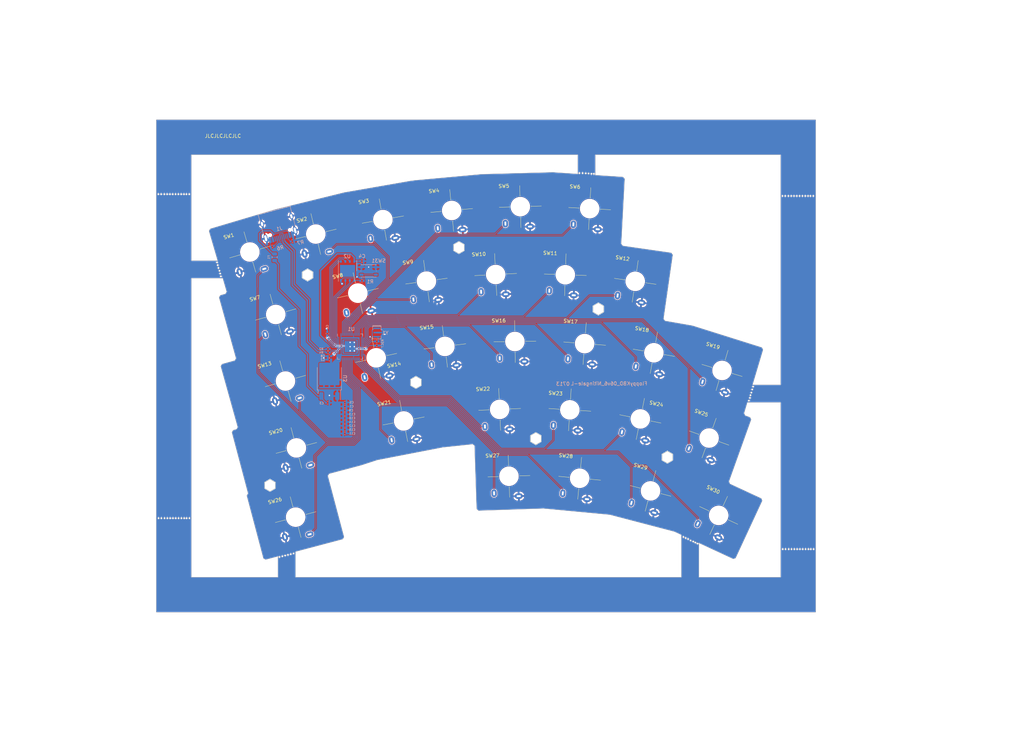
<source format=kicad_pcb>
(kicad_pcb (version 20221018) (generator pcbnew)
  (layers (0 "F.Cu" signal) (31 "B.Cu" signal) (34 "B.Paste" user) (35 "F.Paste" user) (36 "B.SilkS" user "B.Silkscreen") (37 "F.SilkS" user "F.Silkscreen") (38 "B.Mask" user) (39 "F.Mask" user) (44 "Edge.Cuts" user))
  (net 0 "")
  (net 1 "sw04")
  (net 2 "GND")
  (net 3 "sw28")
  (net 4 "sw06")
  (net 5 "sw07")
  (net 6 "sw08")
  (net 7 "sw09")
  (net 8 "sw10")
  (net 9 "sw12")
  (net 10 "sw11")
  (net 11 "sw13")
  (net 12 "sw14")
  (net 13 "sw15")
  (net 14 "sw16")
  (net 15 "sw17")
  (net 16 "sw18")
  (net 17 "sw19")
  (net 18 "sw20")
  (net 19 "sw21")
  (net 20 "sw22")
  (net 21 "sw23")
  (net 22 "sw24")
  (net 23 "sw25")
  (net 24 "sw26")
  (net 25 "sw27")
  (net 26 "sw05")
  (net 27 "sw29")
  (net 28 "sw30")
  (net 29 "sw01")
  (net 30 "sw02")
  (net 31 "sw03")
  (net 32 "+3V3")
  (net 33 "VBUS")
  (net 34 "/QSPI_SS")
  (net 35 "/QSPI_SD1")
  (net 36 "/QSPI_SD2")
  (net 37 "/QSPI_SD0")
  (net 38 "/QSPI_SCLK")
  (net 39 "/QSPI_SD3")
  (net 40 "/XIN")
  (net 41 "/XOUT")
  (net 42 "+1V1")
  (net 46 "Net-(U1-USB_DM)")
  (net 47 "Net-(U1-USB_DP)")
  (net 48 "Net-(R3-Pad2)")
  (net 49 "Net-(J1-CC1)")
  (net 50 "/USB_D+")
  (net 51 "/USB_D-")
  (net 53 "Net-(J1-CC2)")
  (net 55 "/~{USB_BOOT}")
  (net 56 "Net-(U3-VI)")
  (footprint "mylib:GLP2-nitingale" (layer "F.Cu") (at 66.245 42.561 -24.9)
    (fp_text reference "SW30")
    (fp_text value "SW_PUSH")
  )
  (footprint "mylib:GLP2-nitingale" (layer "F.Cu") (at 43.942 15.091 -11.31)
    (fp_text reference "SW24")
    (fp_text value "SW_PUSH")
  )
  (footprint "mylib:GLP2-nitingale" (layer "F.Cu") (at -29.366 -41.671 9.89)
    (fp_text reference "SW3")
    (fp_text value "SW_PUSH")
  )
  (footprint "mylib:GLP2-nitingale" (layer "F.Cu") (at -31.269 -2.295 12.24)
    (fp_text reference "SW14")
    (fp_text value "SW_PUSH")
  )
  (footprint "mylib:GLP2-nitingale" (layer "F.Cu") (at -54.215 43.059 14.84)
    (fp_text reference "SW26")
    (fp_text value "SW_PUSH")
  )
  (footprint "mylib:GLP2-nitingale" (layer "F.Cu") (at 6.528 31.409 1.91)
    (fp_text reference "SW27")
    (fp_text value "SW_PUSH")
  )
  (footprint "mylib:GLP2-nitingale" (layer "F.Cu") (at 8.221 -6.958 0.97)
    (fp_text reference "SW16")
    (fp_text value "SW_PUSH")
  )
  (footprint "mylib:GLP2-nitingale" (layer "F.Cu") (at 29.516 -44.792 -3.04)
    (fp_text reference "SW6")
    (fp_text value "SW_PUSH")
  )
  (footprint "mylib:GLP2-nitingale" (layer "F.Cu") (at -11.71 -5.562 7.05)
    (fp_text reference "SW15")
    (fp_text value "SW_PUSH")
  )
  (footprint "mylib:GLP2-nitingale" (layer "F.Cu") (at -53.994 23.345 14.84)
    (fp_text reference "SW20")
    (fp_text value "SW_PUSH")
  )
  (footprint "mylib:GLP2-nitingale" (layer "F.Cu") (at -23.455 15.666 10.96)
    (fp_text reference "SW21")
    (fp_text value "SW_PUSH")
  )
  (footprint "mylib:GLP2-nitingale" (layer "F.Cu") (at -36.493 -20.726 13.05)
    (fp_text reference "SW8")
    (fp_text value "SW_PUSH")
  )
  (footprint "mylib:GLP2-nitingale" (layer "F.Cu") (at 3.882 12.377 2.55)
    (fp_text reference "SW22")
    (fp_text value "SW_PUSH")
  )
  (footprint "mylib:GLP2-nitingale" (layer "F.Cu") (at 26.663 31.987 -5.2)
    (fp_text reference "SW28")
    (fp_text value "SW_PUSH")
  )
  (footprint "mylib:GLP2-nitingale" (layer "F.Cu") (at -57.108 4.3 15.57)
    (fp_text reference "SW13")
    (fp_text value "SW_PUSH")
  )
  (footprint "mylib:GLP2-nitingale" (layer "F.Cu") (at 2.747 -26.028 2.97)
    (fp_text reference "SW10")
    (fp_text value "SW_PUSH")
  )
  (footprint "mylib:GLP2-nitingale" (layer "F.Cu") (at 47.797 -3.747 -9.92)
    (fp_text reference "SW18")
    (fp_text value "SW_PUSH")
  )
  (footprint "mylib:GLP2-nitingale" (layer "F.Cu") (at -9.779 -44.269 5.22)
    (fp_text reference "SW4")
    (fp_text value "SW_PUSH")
  )
  (footprint "mylib:GLP2-nitingale" (layer "F.Cu") (at 22.577 -25.962 -2)
    (fp_text reference "SW11")
    (fp_text value "SW_PUSH")
  )
  (footprint "mylib:GLP2-nitingale" (layer "F.Cu") (at 9.765 -45.354 1.73)
    (fp_text reference "SW5")
    (fp_text value "SW_PUSH")
  )
  (footprint "mylib:GLP2-nitingale" (layer "F.Cu") (at 42.483 -24.092 -8.1)
    (fp_text reference "SW12")
    (fp_text value "SW_PUSH")
  )
  (footprint "mylib:GLP2-nitingale" (layer "F.Cu") (at -59.879 -14.652 15.57)
    (fp_text reference "SW7")
    (fp_text value "SW_PUSH")
  )
  (footprint "mylib:GLP2-nitingale" (layer "F.Cu") (at -16.961 -24.156 7.88)
    (fp_text reference "SW9")
    (fp_text value "SW_PUSH")
  )
  (footprint "mylib:GLP2-nitingale" (layer "F.Cu") (at 63.52 20.535 -19.72)
    (fp_text reference "SW25")
    (fp_text value "SW_PUSH")
  )
  (footprint "mylib:GLP2-nitingale" (layer "F.Cu") (at 23.868 12.506 -3.6)
    (fp_text reference "SW23")
    (fp_text value "SW_PUSH")
  )
  (footprint "mylib:GLP2-nitingale" (layer "F.Cu") (at 46.844 35.584 -14.67)
    (fp_text reference "SW29")
    (fp_text value "SW_PUSH")
  )
  (footprint "mylib:GLP2-nitingale" (layer "F.Cu") (at -48.475 -37.55 13.39)
    (fp_text reference "SW2")
    (fp_text value "SW_PUSH")
  )
  (footprint "mylib:GLP2-nitingale" (layer "F.Cu") (at 28.081 -6.355 -4.4)
    (fp_text reference "SW17")
    (fp_text value "SW_PUSH")
  )
  (footprint "mylib:GLP2-nitingale" (layer "F.Cu") (at -67.25 -32.444 16.25)
    (fp_text reference "SW1")
    (fp_text value "SW_PUSH")
  )
  (footprint "mylib:GLP2-nitingale" (layer "F.Cu") (at 67.206 1.284 -16.62)
    (fp_text reference "SW19")
    (fp_text value "SW_PUSH")
  )
  (footprint "Capacitor_SMD:C_0402_1005Metric" (layer "B.Cu") (at -40.205 17.05 180)
    (fp_text reference "C12")
    (fp_text value "100n")
  )
  (footprint "Capacitor_SMD:C_0402_1005Metric" (layer "B.Cu") (at -40.205 12.65 180)
    (fp_text reference "C9")
    (fp_text value "100n")
  )
  (footprint "Capacitor_SMD:C_0402_1005Metric" (layer "B.Cu") (at -31.1 -6.994975)
    (fp_text reference "R3")
    (fp_text value "1k")
  )
  (footprint "Capacitor_SMD:C_0402_1005Metric" (layer "B.Cu") (at -40.205 13.75 180)
    (fp_text reference "C13")
    (fp_text value "100n")
  )
  (footprint "Capacitor_SMD:C_0402_1005Metric" (layer "B.Cu") (at -55.15 -35.55 -165.18)
    (fp_text reference "R7")
    (fp_text value "5.1k")
  )
  (footprint "Capacitor_SMD:C_0402_1005Metric" (layer "B.Cu") (at -40.205 15.95 180)
    (fp_text reference "C14")
    (fp_text value "100n")
  )
  (footprint "Button_Switch_SMD:SW_Push_1P1T_NO_Vertical_Wuerth_434133025816" (layer "B.Cu") (at -33.425 -27.05)
    (fp_text reference "SW31")
    (fp_text value "SW_PUSH")
  )
  (footprint "Package_TO_SOT_SMD:TO-252-2" (layer "B.Cu") (at -44.625 3.535 90)
    (fp_text reference "U3")
    (fp_text value "NCP1117-1.5_TO252")
  )
  (footprint "Capacitor_SMD:C_0402_1005Metric" (layer "B.Cu") (at -40.2 10.4 180)
    (fp_text reference "C5")
    (fp_text value "10u")
  )
  (footprint "Capacitor_SMD:C_0402_1005Metric" (layer "B.Cu") (at -40.205 18.15 180)
    (fp_text reference "C15")
    (fp_text value "10u")
  )
  (footprint "Capacitor_SMD:C_0402_1005Metric" (layer "B.Cu") (at -60.9 -34.05 14.82)
    (fp_text reference "R6")
    (fp_text value "5.1k")
  )
  (footprint "Capacitor_SMD:C_0402_1005Metric" (layer "B.Cu") (at -40.205 11.55 180)
    (fp_text reference "C1")
    (fp_text value "100n")
  )
  (footprint "Capacitor_SMD:C_0402_1005Metric" (layer "B.Cu") (at -40.205 14.85 180)
    (fp_text reference "C10")
    (fp_text value "100n")
  )
  (footprint "Capacitor_SMD:C_0402_1005Metric" (layer "B.Cu") (at -45.2 -9.2 90)
    (fp_text reference "C6")
    (fp_text value "100n")
  )
  (footprint "Package_DFN_QFN:QFN-56-1EP_7x7mm_P0.4mm_EP3.2x3.2mm" (layer "B.Cu") (at -38.7 -5.494975 -90)
    (fp_text reference "U1")
    (fp_text value "RP2040")
  )
  (footprint "Capacitor_SMD:C_0402_1005Metric" (layer "B.Cu") (at -44.6 -1.794975 180)
    (fp_text reference "C2")
    (fp_text value "1u")
  )
  (footprint "Crystal:Resonator_SMD_Murata_CSTxExxV-3Pin_3.0x1.1mm" (layer "B.Cu") (at -31.1 -9.494975 -90)
    (fp_text reference "Y1")
    (fp_text value "Crystal_GND2")
  )
  (footprint "Capacitor_SMD:C_0402_1005Metric" (layer "B.Cu") (at -44.6 -2.794975 180)
    (fp_text reference "C8")
    (fp_text value "1u")
  )
  (footprint "Fuse:Fuse_0805_2012Metric" (layer "B.Cu") (at -60.2 -30.95 -90)
    (fp_text reference "F1")
    (fp_text value "Polyfuse")
  )
  (footprint "Capacitor_SMD:C_0402_1005Metric" (layer "B.Cu") (at -45.1 10.5)
    (fp_text reference "C3")
    (fp_text value "10u")
  )
  (footprint "Capacitor_SMD:C_0402_1005Metric" (layer "B.Cu") (at -35.325 -24.25)
    (fp_text reference "R1")
    (fp_text value "1k")
  )
  (footprint "Capacitor_SMD:C_0402_1005Metric" (layer "B.Cu") (at -35.325 -29.85)
    (fp_text reference "C4")
    (fp_text value "100n")
  )
  (footprint "Capacitor_SMD:C_0402_1005Metric" (layer "B.Cu") (at -31.1 -5.794975)
    (fp_text reference "C7")
    (fp_text value "100n")
  )
  (footprint "Capacitor_SMD:C_0402_1005Metric" (layer "B.Cu") (at -45 -4.8 180)
    (fp_text reference "R2")
    (fp_text value "27" hide)
  )
  (footprint "Package_SON:WSON-8-1EP_6x5mm_P1.27mm_EP3.4x4.3mm" (layer "B.Cu") (at -39.425 -27.05 90)
    (fp_text reference "U2")
    (fp_text value "W25Q128JVS")
  )
  (footprint "Connector_USB:USB_C_Receptacle_HRO_TYPE-C-31-M-12" (layer "B.Cu") (at -59.343238 -40.501371 14.82)
    (fp_text reference "J1")
    (fp_text value "USB_C_Receptacle")
  )
  (footprint "Capacitor_SMD:C_0402_1005Metric" (layer "B.Cu") (at -45 -3.8 180)
    (fp_text reference "R4")
    (fp_text value "27")
  )
  (footprint "Capacitor_SMD:C_0402_1005Metric" (layer "B.Cu") (at -40.205 19.25 180)
    (fp_text reference "C11")
    (fp_text value "100n")
  )
  (gr_line (start -6.2 -34.575) (end -6.2 -32.825) (stroke (width 0.2)) (layer "Edge.Cuts"))
  (gr_circle (center -56.4 53.8) (end -56.15 53.8) (stroke (width 0.1)) (fill none) (layer "Edge.Cuts"))
  (gr_line (start 31.141441 -54.329825) (end 39.006861 -53.808631) (stroke (width 0.1)) (layer "Edge.Cuts"))
  (gr_circle (center -87.61 -48.91) (end -87.36 -48.91) (stroke (width 0.1)) (fill none) (layer "Edge.Cuts"))
  (gr_circle (center 89.3 -48.4) (end 89.55 -48.4) (stroke (width 0.1)) (fill none) (layer "Edge.Cuts"))
  (gr_line (start -3.781128 22.284006) (end -3.2672 22.731209) (stroke (width 0.1)) (layer "Edge.Cuts"))
  (gr_line (start 38.966085 -34.19565) (end 38.497657 -34.766136) (stroke (width 0.1)) (layer "Edge.Cuts"))
  (gr_line (start 12.668911 19.825) (end 14.184456 18.95) (stroke (width 0.2)) (layer "Edge.Cuts"))
  (gr_line (start 15.7 19.825) (end 15.7 21.575) (stroke (width 0.2)) (layer "Edge.Cuts"))
  (gr_line (start 83.883835 5.396125) (end 75.892614 5.396125) (stroke (width 0.1)) (layer "Edge.Cuts"))
  (gr_line (start -61.515544 32.25) (end -60 33.125) (stroke (width 0.2)) (layer "Edge.Cuts"))
  (gr_circle (center -86.81 -48.91) (end -86.56 -48.91) (stroke (width 0.1)) (fill none) (layer "Edge.Cuts"))
  (gr_line (start 73.805821 14.130062) (end 75.197712 14.628982) (stroke (width 0.1)) (layer "Edge.Cuts"))
  (gr_line (start 31.984456 -14.475) (end 30.468911 -15.35) (stroke (width 0.2)) (layer "Edge.Cuts"))
  (gr_line (start 50.126683 26.8625) (end 50.126683 25.1125) (stroke (width 0.2)) (layer "Edge.Cuts"))
  (gr_circle (center 75.8 6.7) (end 76.05 6.7) (stroke (width 0.1)) (fill none) (layer "Edge.Cuts"))
  (gr_line (start 30.468911 -17.1) (end 31.984456 -17.975) (stroke (width 0.2)) (layer "Edge.Cuts"))
  (gr_line (start 60.63532 60.154765) (end 83.883835 60.154765) (stroke (width 0.1)) (layer "Edge.Cuts"))
  (gr_circle (center 86.1 -48.4) (end 86.35 -48.4) (stroke (width 0.1)) (fill none) (layer "Edge.Cuts"))
  (gr_line (start -6.2 -32.825) (end -7.715544 -31.95) (stroke (width 0.2)) (layer "Edge.Cuts"))
  (gr_circle (center 75.15 9.1) (end 75.4 9.1) (stroke (width 0.1)) (fill none) (layer "Edge.Cuts"))
  (gr_line (start 53.157772 25.1125) (end 53.157772 26.8625) (stroke (width 0.2)) (layer "Edge.Cuts"))
  (gr_circle (center -93.31 -48.91) (end -93.06 -48.91) (stroke (width 0.1)) (fill none) (layer "Edge.Cuts"))
  (gr_line (start -19.957772 6.4375) (end -21.473317 5.5625) (stroke (width 0.2)) (layer "Edge.Cuts"))
  (gr_circle (center 28.4 -54.85) (end 28.65 -54.85) (stroke (width 0.1)) (fill none) (layer "Edge.Cuts"))
  (gr_line (start -59.917507 -44.590375) (end -40.35674 -49.397813) (stroke (width 0.1)) (layer "Edge.Cuts"))
  (gr_line (start -52.331089 -26.775) (end -50.815544 -27.65) (stroke (width 0.2)) (layer "Edge.Cuts"))
  (gr_circle (center 89.39 52.17) (end 89.64 52.17) (stroke (width 0.1)) (fill none) (layer "Edge.Cuts"))
  (gr_circle (center -57.2 54) (end -56.95 54) (stroke (width 0.1)) (fill none) (layer "Edge.Cuts"))
  (gr_line (start -40.786806 49.329904) (end -40.431492 48.718551) (stroke (width 0.1)) (layer "Edge.Cuts"))
  (gr_line (start 83.883835 5.396125) (end 83.883835 -60.136068) (stroke (width 0.1)) (layer "Edge.Cuts"))
  (gr_circle (center 58.25 49.7) (end 58.5 49.7) (stroke (width 0.1)) (fill none) (layer "Edge.Cuts"))
  (gr_line (start 78.650961 38.396613) (end 71.073411 54.723913) (stroke (width 0.1)) (layer "Edge.Cuts"))
  (gr_circle (center 76.05 5.9) (end 76.3 5.9) (stroke (width 0.1)) (fill none) (layer "Edge.Cuts"))
  (gr_circle (center 92.49 52.17) (end 92.74 52.17) (stroke (width 0.1)) (fill none) (layer "Edge.Cuts"))
  (gr_line (start -49.3 -26.775) (end -49.3 -25.025) (stroke (width 0.2)) (layer "Edge.Cuts"))
  (gr_line (start 14.184456 22.45) (end 12.668911 21.575) (stroke (width 0.2)) (layer "Edge.Cuts"))
  (gr_circle (center 57.55 49.3) (end 57.8 49.3) (stroke (width 0.1)) (fill none) (layer "Edge.Cuts"))
  (gr_line (start -9.231089 -34.575) (end -7.715544 -35.45) (stroke (width 0.2)) (layer "Edge.Cuts"))
  (gr_line (start -63.031089 33.125) (end -61.515544 32.25) (stroke (width 0.2)) (layer "Edge.Cuts"))
  (gr_circle (center -89.21 -48.91) (end -88.96 -48.91) (stroke (width 0.1)) (fill none) (layer "Edge.Cuts"))
  (gr_circle (center -90.01 -48.91) (end -89.76 -48.91) (stroke (width 0.1)) (fill none) (layer "Edge.Cuts"))
  (gr_line (start 31.984456 -17.975) (end 33.5 -17.1) (stroke (width 0.2)) (layer "Edge.Cuts"))
  (gr_line (start -60 33.125) (end -60 34.875) (stroke (width 0.2)) (layer "Edge.Cuts"))
  (gr_line (start 50.126683 25.1125) (end 51.642228 24.2375) (stroke (width 0.2)) (layer "Edge.Cuts"))
  (gr_line (start -93.888692 -70.136068) (end -93.888692 70.154765) (stroke (width 0.1)) (layer "Edge.Cuts"))
  (gr_line (start -44.684862 30.707184) (end -35.490806 28.271705) (stroke (width 0.1)) (layer "Edge.Cuts"))
  (gr_circle (center 88.5 -48.4) (end 88.75 -48.4) (stroke (width 0.1)) (fill none) (layer "Edge.Cuts"))
  (gr_circle (center -91.61 -48.91) (end -91.36 -48.91) (stroke (width 0.1)) (fill none) (layer "Edge.Cuts"))
  (gr_circle (center 86.9 -48.4) (end 87.15 -48.4) (stroke (width 0.1)) (fill none) (layer "Edge.Cuts"))
  (gr_circle (center -55.6 53.6) (end -55.35 53.6) (stroke (width 0.1)) (fill none) (layer "Edge.Cuts"))
  (gr_line (start 78.549939 -5.250939) (end 78.883835 -4.621774) (stroke (width 0.1)) (layer "Edge.Cuts"))
  (gr_circle (center -92.51 -48.91) (end -92.26 -48.91) (stroke (width 0.1)) (fill none) (layer "Edge.Cuts"))
  (gr_circle (center 93.29 52.17) (end 93.54 52.17) (stroke (width 0.1)) (fill none) (layer "Edge.Cuts"))
  (gr_line (start 55.63532 48.11155) (end 53.628306 47.180258) (stroke (width 0.1)) (layer "Edge.Cuts"))
  (gr_line (start -70.706007 17.435963) (end -75.539439 0.090239) (stroke (width 0.1)) (layer "Edge.Cuts"))
  (gr_line (start 74.399676 10.396125) (end 73.478198 13.482251) (stroke (width 0.1)) (layer "Edge.Cuts"))
  (gr_line (start 38.966085 -34.19565) (end 52.74388 -32.213844) (stroke (width 0.1)) (layer "Edge.Cuts"))
  (gr_line (start 52.74388 -32.213844) (end 53.167598 -31.64775) (stroke (width 0.1)) (layer "Edge.Cuts"))
  (gr_circle (center -76.6 -29.5) (end -76.35 -29.5) (stroke (width 0.1)) (fill none) (layer "Edge.Cuts"))
  (gr_line (start -74.193992 -20.529669) (end -73.850471 -21.137903) (stroke (width 0.1)) (layer "Edge.Cuts"))
  (gr_circle (center 86.99 52.17) (end 87.24 52.17) (stroke (width 0.1)) (fill none) (layer "Edge.Cuts"))
  (gr_line (start -73.850471 -21.137903) (end -74.97196 -24.986198) (stroke (width 0.1)) (layer "Edge.Cuts"))
  (gr_line (start -35.490806 28.271705) (end -30.975072 26.799217) (stroke (width 0.1)) (layer "Edge.Cuts"))
  (gr_line (start -71.057539 18.036978) (end -70.706007 17.435963) (stroke (width 0.1)) (layer "Edge.Cuts"))
  (gr_circle (center -88.41 -48.91) (end -88.16 -48.91) (stroke (width 0.1)) (fill none) (layer "Edge.Cuts"))
  (gr_line (start 15.7 21.575) (end 14.184456 22.45) (stroke (width 0.2)) (layer "Edge.Cuts"))
  (gr_line (start -75.191268 -0.522991) (end -75.539439 0.090239) (stroke (width 0.1)) (layer "Edge.Cuts"))
  (gr_circle (center -90.81 -48.91) (end -90.56 -48.91) (stroke (width 0.1)) (fill none) (layer "Edge.Cuts"))
  (gr_line (start 39.479288 -53.276273) (end 38.497657 -34.766136) (stroke (width 0.1)) (layer "Edge.Cuts"))
  (gr_circle (center 74.85 9.9) (end 75.1 9.9) (stroke (width 0.1)) (fill none) (layer "Edge.Cuts"))
  (gr_line (start 74.399676 10.396125) (end 83.883835 10.396125) (stroke (width 0.1)) (layer "Edge.Cuts"))
  (gr_line (start -19.957772 2.9375) (end -18.442228 3.8125) (stroke (width 0.2)) (layer "Edge.Cuts"))
  (gr_line (start -83.888692 -24.986198) (end -83.888692 60.154765) (stroke (width 0.1)) (layer "Edge.Cuts"))
  (gr_line (start -59.249254 54.219992) (end -59.249254 60.154765) (stroke (width 0.1)) (layer "Edge.Cuts"))
  (gr_circle (center 84.4 -48.4) (end 84.65 -48.4) (stroke (width 0.1)) (fill none) (layer "Edge.Cuts"))
  (gr_circle (center 86.19 52.17) (end 86.44 52.17) (stroke (width 0.1)) (fill none) (layer "Edge.Cuts"))
  (gr_line (start 73.805821 14.130062) (end 73.478198 13.482251) (stroke (width 0.1)) (layer "Edge.Cuts"))
  (gr_circle (center -54.8 53.4) (end -54.55 53.4) (stroke (width 0.1)) (fill none) (layer "Edge.Cuts"))
  (gr_line (start 26.141441 -60.136068) (end 26.141441 -54.661144) (stroke (width 0.1)) (layer "Edge.Cuts"))
  (gr_circle (center -89.95 43.36) (end -89.7 43.36) (stroke (width 0.1)) (fill none) (layer "Edge.Cuts"))
  (gr_line (start 12.668911 21.575) (end 12.668911 19.825) (stroke (width 0.2)) (layer "Edge.Cuts"))
  (gr_line (start -68.123683 36.926853) (end -63.389827 54.79945) (stroke (width 0.1)) (layer "Edge.Cuts"))
  (gr_line (start -83.888692 60.154765) (end -59.249254 60.154765) (stroke (width 0.1)) (layer "Edge.Cuts"))
  (gr_circle (center 26.6 -54.9) (end 26.85 -54.9) (stroke (width 0.1)) (fill none) (layer "Edge.Cuts"))
  (gr_circle (center -87.55 43.36) (end -87.3 43.36) (stroke (width 0.1)) (fill none) (layer "Edge.Cuts"))
  (gr_line (start -83.888692 -60.136068) (end -83.888692 -29.986198) (stroke (width 0.1)) (layer "Edge.Cuts"))
  (gr_circle (center -90.75 43.36) (end -90.5 43.36) (stroke (width 0.1)) (fill none) (layer "Edge.Cuts"))
  (gr_circle (center -85.25 43.36) (end -85 43.36) (stroke (width 0.1)) (fill none) (layer "Edge.Cuts"))
  (gr_line (start 69.464253 33.581809) (end 78.407913 37.732589) (stroke (width 0.1)) (layer "Edge.Cuts"))
  (gr_circle (center 90.19 52.17) (end 90.44 52.17) (stroke (width 0.1)) (fill none) (layer "Edge.Cuts"))
  (gr_circle (center 75.3 8.35) (end 75.55 8.35) (stroke (width 0.1)) (fill none) (layer "Edge.Cuts"))
  (gr_line (start -52.331089 -25.025) (end -52.331089 -26.775) (stroke (width 0.2)) (layer "Edge.Cuts"))
  (gr_circle (center -75.9 -27.1) (end -75.65 -27.1) (stroke (width 0.1)) (fill none) (layer "Edge.Cuts"))
  (gr_circle (center 90.1 -48.4) (end 90.35 -48.4) (stroke (width 0.1)) (fill none) (layer "Edge.Cuts"))
  (gr_line (start 58.792206 -11.467457) (end 78.549939 -5.250939) (stroke (width 0.1)) (layer "Edge.Cuts"))
  (gr_line (start -60 34.875) (end -61.515544 35.75) (stroke (width 0.2)) (layer "Edge.Cuts"))
  (gr_line (start -50.815544 -24.15) (end -52.331089 -25.025) (stroke (width 0.2)) (layer "Edge.Cuts"))
  (gr_line (start -72.369881 18.898965) (end -67.759859 36.304028) (stroke (width 0.1)) (layer "Edge.Cuts"))
  (gr_line (start -7.715544 -35.45) (end -6.2 -34.575) (stroke (width 0.2)) (layer "Edge.Cuts"))
  (gr_line (start 53.167598 -31.64775) (end 50.545391 -13.417795) (stroke (width 0.1)) (layer "Edge.Cuts"))
  (gr_line (start -76.429085 -29.986198) (end -83.888692 -29.986198) (stroke (width 0.1)) (layer "Edge.Cuts"))
  (gr_line (start 70.409373 54.966993) (end 60.63532 50.431646) (stroke (width 0.1)) (layer "Edge.Cuts"))
  (gr_line (start -49.3 -25.025) (end -50.815544 -24.15) (stroke (width 0.2)) (layer "Edge.Cuts"))
  (gr_line (start -45.040173 31.31855) (end -44.684862 30.707184) (stroke (width 0.1)) (layer "Edge.Cuts"))
  (gr_circle (center 88.59 52.17) (end 88.84 52.17) (stroke (width 0.1)) (fill none) (layer "Edge.Cuts"))
  (gr_line (start 51.642228 24.2375) (end 53.157772 25.1125) (stroke (width 0.2)) (layer "Edge.Cuts"))
  (gr_line (start -21.473317 5.5625) (end -21.473317 3.8125) (stroke (width 0.2)) (layer "Edge.Cuts"))
  (gr_line (start 50.966721 -12.836711) (end 58.792206 -11.467457) (stroke (width 0.1)) (layer "Edge.Cuts"))
  (gr_line (start -2.666207 40.721173) (end -3.2672 22.731209) (stroke (width 0.1)) (layer "Edge.Cuts"))
  (gr_circle (center -89.15 43.36) (end -88.9 43.36) (stroke (width 0.1)) (fill none) (layer "Edge.Cuts"))
  (gr_line (start 35.247742 42.368306) (end 16.339894 40.586513) (stroke (width 0.1)) (layer "Edge.Cuts"))
  (gr_line (start -30.975072 26.799217) (end -12.321783 23.186072) (stroke (width 0.1)) (layer "Edge.Cuts"))
  (gr_line (start 14.184456 18.95) (end 15.7 19.825) (stroke (width 0.2)) (layer "Edge.Cuts"))
  (gr_line (start -59.249254 54.219992) (end -62.778475 55.154765) (stroke (width 0.1)) (layer "Edge.Cuts"))
  (gr_line (start 78.883835 -4.621774) (end 75.892614 5.396125) (stroke (width 0.1)) (layer "Edge.Cuts"))
  (gr_line (start -20.104403 -52.8647) (end -1.1833 -54.594403) (stroke (width 0.1)) (layer "Edge.Cuts"))
  (gr_circle (center -58 54.2) (end -57.75 54.2) (stroke (width 0.1)) (fill none) (layer "Edge.Cuts"))
  (gr_line (start 33.5 -17.1) (end 33.5 -15.35) (stroke (width 0.2)) (layer "Edge.Cuts"))
  (gr_line (start -21.473317 3.8125) (end -19.957772 2.9375) (stroke (width 0.2)) (layer "Edge.Cuts"))
  (gr_line (start 53.157772 26.8625) (end 51.642228 27.7375) (stroke (width 0.2)) (layer "Edge.Cuts"))
  (gr_circle (center 75.55 7.6) (end 75.8 7.6) (stroke (width 0.1)) (fill none) (layer "Edge.Cuts"))
  (gr_circle (center -93.25 43.36) (end -93 43.36) (stroke (width 0.1)) (fill none) (layer "Edge.Cuts"))
  (gr_circle (center 87.79 52.17) (end 88.04 52.17) (stroke (width 0.1)) (fill none) (layer "Edge.Cuts"))
  (gr_circle (center 87.7 -48.4) (end 87.95 -48.4) (stroke (width 0.1)) (fill none) (layer "Edge.Cuts"))
  (gr_line (start 93.883835 -70.136068) (end -93.888692 -70.136068) (stroke (width 0.1)) (layer "Edge.Cuts"))
  (gr_line (start 31.141441 -54.329825) (end 31.141441 -60.136068) (stroke (width 0.1)) (layer "Edge.Cuts"))
  (gr_circle (center -75.7 -26.3) (end -75.45 -26.3) (stroke (width 0.1)) (fill none) (layer "Edge.Cuts"))
  (gr_circle (center -76.2 -27.9) (end -75.95 -27.9) (stroke (width 0.1)) (fill none) (layer "Edge.Cuts"))
  (gr_line (start 16.339894 40.586513) (end -2.149791 41.2042) (stroke (width 0.1)) (layer "Edge.Cuts"))
  (gr_line (start 18.974297 -55.136068) (end 26.141441 -54.661144) (stroke (width 0.1)) (layer "Edge.Cuts"))
  (gr_circle (center -86.75 43.36) (end -86.5 43.36) (stroke (width 0.1)) (fill none) (layer "Edge.Cuts"))
  (gr_circle (center 92.4 -48.4) (end 92.65 -48.4) (stroke (width 0.1)) (fill none) (layer "Edge.Cuts"))
  (gr_circle (center 60.2 50.6) (end 60.45 50.6) (stroke (width 0.1)) (fill none) (layer "Edge.Cuts"))
  (gr_line (start -3.781128 22.284006) (end -12.321783 23.186072) (stroke (width 0.1)) (layer "Edge.Cuts"))
  (gr_line (start -50.815544 -27.65) (end -49.3 -26.775) (stroke (width 0.2)) (layer "Edge.Cuts"))
  (gr_line (start -18.442228 3.8125) (end -18.442228 5.5625) (stroke (width 0.2)) (layer "Edge.Cuts"))
  (gr_circle (center 59 50) (end 59.25 50) (stroke (width 0.1)) (fill none) (layer "Edge.Cuts"))
  (gr_line (start 51.642228 27.7375) (end 50.126683 26.8625) (stroke (width 0.2)) (layer "Edge.Cuts"))
  (gr_line (start -21.639187 -52.66174) (end -20.104403 -52.8647) (stroke (width 0.1)) (layer "Edge.Cuts"))
  (gr_line (start -54.249254 60.154765) (end -54.249254 52.895658) (stroke (width 0.1)) (layer "Edge.Cuts"))
  (gr_line (start 30.468911 -15.35) (end 30.468911 -17.1) (stroke (width 0.2)) (layer "Edge.Cuts"))
  (gr_line (start -75.674796 -20.1134) (end -76.022358 -19.498012) (stroke (width 0.1)) (layer "Edge.Cuts"))
  (gr_circle (center 93.2 -48.4) (end 93.45 -48.4) (stroke (width 0.1)) (fill none) (layer "Edge.Cuts"))
  (gr_line (start -1.1833 -54.594403) (end 18.974297 -55.136068) (stroke (width 0.1)) (layer "Edge.Cuts"))
  (gr_line (start -75.191268 -0.522991) (end -71.534827 -1.541959) (stroke (width 0.1)) (layer "Edge.Cuts"))
  (gr_line (start -71.190048 -2.157093) (end -71.534827 -1.541959) (stroke (width 0.1)) (layer "Edge.Cuts"))
  (gr_line (start -2.666207 40.721173) (end -2.149791 41.2042) (stroke (width 0.1)) (layer "Edge.Cuts"))
  (gr_circle (center 56.85 49) (end 57.1 49) (stroke (width 0.1)) (fill none) (layer "Edge.Cuts"))
  (gr_circle (center -84.45 43.36) (end -84.2 43.36) (stroke (width 0.1)) (fill none) (layer "Edge.Cuts"))
  (gr_line (start -71.190048 -2.157093) (end -76.022358 -19.498012) (stroke (width 0.1)) (layer "Edge.Cuts"))
  (gr_line (start -93.888692 70.154765) (end 93.883835 70.154765) (stroke (width 0.1)) (layer "Edge.Cuts"))
  (gr_line (start 75.197712 14.628982) (end 75.499675 15.268371) (stroke (width 0.1)) (layer "Edge.Cuts"))
  (gr_circle (center 91.7 -48.4) (end 91.95 -48.4) (stroke (width 0.1)) (fill none) (layer "Edge.Cuts"))
  (gr_line (start 26.141441 -60.136068) (end -83.888692 -60.136068) (stroke (width 0.1)) (layer "Edge.Cuts"))
  (gr_line (start -63.031089 34.875) (end -63.031089 33.125) (stroke (width 0.2)) (layer "Edge.Cuts"))
  (gr_line (start 83.883835 60.154765) (end 83.883835 10.396125) (stroke (width 0.1)) (layer "Edge.Cuts"))
  (gr_line (start 39.006861 -53.808631) (end 39.479288 -53.276273) (stroke (width 0.1)) (layer "Edge.Cuts"))
  (gr_circle (center 27.5 -54.9) (end 27.75 -54.9) (stroke (width 0.1)) (fill none) (layer "Edge.Cuts"))
  (gr_line (start -72.013861 18.290276) (end -72.369881 18.898965) (stroke (width 0.1)) (layer "Edge.Cuts"))
  (gr_circle (center 30 -54.7) (end 30.25 -54.7) (stroke (width 0.1)) (fill none) (layer "Edge.Cuts"))
  (gr_circle (center -75.5 -25.5) (end -75.25 -25.5) (stroke (width 0.1)) (fill none) (layer "Edge.Cuts"))
  (gr_line (start -75.674796 -20.1134) (end -74.193992 -20.529669) (stroke (width 0.1)) (layer "Edge.Cuts"))
  (gr_circle (center 91.79 52.17) (end 92.04 52.17) (stroke (width 0.1)) (fill none) (layer "Edge.Cuts"))
  (gr_line (start -78.888692 -38.426134) (end -78.549334 -39.048708) (stroke (width 0.1)) (layer "Edge.Cuts"))
  (gr_circle (center 85.29 52.17) (end 85.54 52.17) (stroke (width 0.1)) (fill none) (layer "Edge.Cuts"))
  (gr_line (start -18.442228 5.5625) (end -19.957772 6.4375) (stroke (width 0.2)) (layer "Edge.Cuts"))
  (gr_line (start -83.888692 -24.986198) (end -74.97196 -24.986198) (stroke (width 0.1)) (layer "Edge.Cuts"))
  (gr_line (start 78.407913 37.732589) (end 78.650961 38.396613) (stroke (width 0.1)) (layer "Edge.Cuts"))
  (gr_line (start -54.249254 60.154765) (end 55.63532 60.154765) (stroke (width 0.1)) (layer "Edge.Cuts"))
  (gr_circle (center 30.7 -54.7) (end 30.95 -54.7) (stroke (width 0.1)) (fill none) (layer "Edge.Cuts"))
  (gr_circle (center 84.49 52.17) (end 84.74 52.17) (stroke (width 0.1)) (fill none) (layer "Edge.Cuts"))
  (gr_circle (center -86.01 -48.91) (end -85.76 -48.91) (stroke (width 0.1)) (fill none) (layer "Edge.Cuts"))
  (gr_line (start -7.715544 -31.95) (end -9.231089 -32.825) (stroke (width 0.2)) (layer "Edge.Cuts"))
  (gr_line (start 75.499675 15.268371) (end 69.17943 32.900645) (stroke (width 0.1)) (layer "Edge.Cuts"))
  (gr_line (start 60.63532 60.154765) (end 60.63532 50.431646) (stroke (width 0.1)) (layer "Edge.Cuts"))
  (gr_line (start -40.35674 -49.397813) (end -21.639187 -52.66174) (stroke (width 0.1)) (layer "Edge.Cuts"))
  (gr_circle (center -88.35 43.36) (end -88.1 43.36) (stroke (width 0.1)) (fill none) (layer "Edge.Cuts"))
  (gr_circle (center -85.95 43.36) (end -85.7 43.36) (stroke (width 0.1)) (fill none) (layer "Edge.Cuts"))
  (gr_circle (center 29.2 -54.8) (end 29.45 -54.8) (stroke (width 0.1)) (fill none) (layer "Edge.Cuts"))
  (gr_circle (center -76.4 -28.7) (end -76.15 -28.7) (stroke (width 0.1)) (fill none) (layer "Edge.Cuts"))
  (gr_line (start -61.515544 35.75) (end -63.031089 34.875) (stroke (width 0.2)) (layer "Edge.Cuts"))
  (gr_line (start -76.429085 -29.986198) (end -78.888692 -38.426134) (stroke (width 0.1)) (layer "Edge.Cuts"))
  (gr_circle (center -91.55 43.36) (end -91.3 43.36) (stroke (width 0.1)) (fill none) (layer "Edge.Cuts"))
  (gr_line (start -62.778475 55.154765) (end -63.389827 54.79945) (stroke (width 0.1)) (layer "Edge.Cuts"))
  (gr_circle (center 90.99 52.17) (end 91.24 52.17) (stroke (width 0.1)) (fill none) (layer "Edge.Cuts"))
  (gr_line (start 55.63532 48.11155) (end 55.63532 60.154765) (stroke (width 0.1)) (layer "Edge.Cuts"))
  (gr_circle (center -85.31 -48.91) (end -85.06 -48.91) (stroke (width 0.1)) (fill none) (layer "Edge.Cuts"))
  (gr_circle (center 85.2 -48.4) (end 85.45 -48.4) (stroke (width 0.1)) (fill none) (layer "Edge.Cuts"))
  (gr_circle (center -84.51 -48.91) (end -84.26 -48.91) (stroke (width 0.1)) (fill none) (layer "Edge.Cuts"))
  (gr_line (start 71.073411 54.723913) (end 70.409373 54.966993) (stroke (width 0.1)) (layer "Edge.Cuts"))
  (gr_line (start -78.549334 -39.048708) (end -59.917507 -44.590375) (stroke (width 0.1)) (layer "Edge.Cuts"))
  (gr_circle (center -58.8 54.4) (end -58.55 54.4) (stroke (width 0.1)) (fill none) (layer "Edge.Cuts"))
  (gr_circle (center -92.45 43.36) (end -92.2 43.36) (stroke (width 0.1)) (fill none) (layer "Edge.Cuts"))
  (gr_line (start -68.123683 36.926853) (end -67.759859 36.304028) (stroke (width 0.1)) (layer "Edge.Cuts"))
  (gr_line (start 53.628306 47.180258) (end 35.247742 42.368306) (stroke (width 0.1)) (layer "Edge.Cuts"))
  (gr_circle (center 56.2 48.7) (end 56.45 48.7) (stroke (width 0.1)) (fill none) (layer "Edge.Cuts"))
  (gr_line (start -40.786806 49.329904) (end -54.249254 52.895658) (stroke (width 0.1)) (layer "Edge.Cuts"))
  (gr_line (start -45.040173 31.31855) (end -40.431492 48.718551) (stroke (width 0.1)) (layer "Edge.Cuts"))
  (gr_line (start 83.883835 -60.136068) (end 31.141441 -60.136068) (stroke (width 0.1)) (layer "Edge.Cuts"))
  (gr_circle (center 90.9 -48.4) (end 91.15 -48.4) (stroke (width 0.1)) (fill none) (layer "Edge.Cuts"))
  (gr_line (start 69.464253 33.581809) (end 69.17943 32.900645) (stroke (width 0.1)) (layer "Edge.Cuts"))
  (gr_line (start 50.966721 -12.836711) (end 50.545391 -13.417795) (stroke (width 0.1)) (layer "Edge.Cuts"))
  (gr_line (start -9.231089 -32.825) (end -9.231089 -34.575) (stroke (width 0.2)) (layer "Edge.Cuts"))
  (gr_circle (center 59.6 50.3) (end 59.85 50.3) (stroke (width 0.1)) (fill none) (layer "Edge.Cuts"))
  (gr_line (start 33.5 -15.35) (end 31.984456 -14.475) (stroke (width 0.2)) (layer "Edge.Cuts"))
  (gr_line (start -71.057539 18.036978) (end -72.013861 18.290276) (stroke (width 0.1)) (layer "Edge.Cuts"))
  (gr_line (start 93.883835 70.154765) (end 93.883835 -70.136068) (stroke (width 0.1)) (layer "Edge.Cuts"))
  (gr_text "0713" (at 23.9 5.7) (layer "B.SilkS") (effects (font (size 1 1)) (justify left bottom mirror)))
  (gr_text "FloppyKBD_06v6_Nitingale-L" (at 46 5.6) (layer "B.SilkS") (effects (font (size 1 1)) (justify left bottom mirror)))
  (gr_text "JLCJLCJLCJLC" (at -80.15 -64.9) (layer "F.SilkS") (effects (font (size 1 1)) (justify left bottom)))
  (segment (start -37.5 -14.447058) (end -13.733145 -38.213912) (width 0.2) (layer "B.Cu") (net 1))
  (segment (start -38.8 -12.902944) (end -38.8 -12.91863) (width 0.2) (layer "B.Cu") (net 1))
  (segment (start -37.5 -14.21863) (end -37.5 -14.447058) (width 0.2) (layer "B.Cu") (net 1))
  (segment (start -13.733145 -38.213912) (end -13.733145 -39.188179) (width 0.2) (layer "B.Cu") (net 1))
  (segment (start -38.8 -12.91863) (end -37.5 -14.21863) (width 0.2) (layer "B.Cu") (net 1))
  (segment (start -39.7 -8.932475) (end -39.7 -12.002942) (width 0.2) (layer "B.Cu") (net 1))
  (segment (start -13.733145 -39.188179) (end -13.733145 -38.249267) (width 0.25) (layer "B.Cu") (net 1))
  (segment (start -39.7 -12.002942) (end -38.8 -12.902944) (width 0.2) (layer "B.Cu") (net 1))
  (via (at -38.7 -4.294975) (size 0.8) (drill 0.4) (layers "F.Cu" "B.Cu") (net 2))
  (via (at -41 -23.4) (size 0.8) (drill 0.4) (layers "F.Cu" "B.Cu") (net 2))
  (via (at -45.45 -10.6) (size 0.6) (drill 0.35) (layers "F.Cu" "B.Cu") (net 2))
  (via (at -36.75 -25.35) (size 0.6) (drill 0.35) (layers "F.Cu" "B.Cu") (net 2))
  (via (at -37.5 -5.494975) (size 0.8) (drill 0.4) (layers "F.Cu" "B.Cu") (net 2))
  (via (at -44.6 8.4) (size 0.8) (drill 0.4) (layers "F.Cu" "B.Cu") (net 2))
  (via (at -33.425 -28.15) (size 0.6) (drill 0.35) (layers "F.Cu" "B.Cu") (net 2))
  (via (at -46.2 -2.3) (size 0.6) (drill 0.35) (layers "F.Cu" "B.Cu") (net 2))
  (via (at -38.7 -5.494975) (size 0.8) (drill 0.4) (layers "F.Cu" "B.Cu") (net 2))
  (via (at -37.5 -4.294975) (size 0.8) (drill 0.4) (layers "F.Cu" "B.Cu") (net 2))
  (via (at -28.8 -9) (size 0.8) (drill 0.4) (layers "F.Cu" "B.Cu") (net 2))
  (via (at -37.5 -6.694975) (size 0.8) (drill 0.4) (layers "F.Cu" "B.Cu") (net 2))
  (via (at -38.7 -6.694975) (size 0.8) (drill 0.4) (layers "F.Cu" "B.Cu") (net 2))
  (via (at -33.020599 -8.294975) (size 0.6) (drill 0.35) (layers "F.Cu" "B.Cu") (net 2))
  (segment (start -16.702399 -15.711586) (end -13.597233 -18.816752) (width 0.8) (layer "B.Cu") (net 2))
  (segment (start -54.685968 -35.672776) (end -54.685968 -36.941486) (width 0.2) (layer "B.Cu") (net 2))
  (segment (start -45.75 -2.75) (end -45.124975 -2.75) (width 0.2) (layer "B.Cu") (net 2))
  (segment (start -41.33 -24.35) (end -41.33 -23.73) (width 0.25) (layer "B.Cu") (net 2))
  (segment (start -45.45 -10.6) (end -45.2 -10.35) (width 0.4) (layer "B.Cu") (net 2))
  (segment (start -45.2 -10.35) (end -45.2 -9.68) (width 0.4) (layer "B.Cu") (net 2))
  (segment (start -45.65 -1.75) (end -45.124975 -1.75) (width 0.2) (layer "B.Cu") (net 2))
  (segment (start -33.020599 -8.294975) (end -33.020599 -7.707345) (width 0.2) (layer "B.Cu") (net 2))
  (segment (start -41.33 -24.445) (end -40.725 -25.05) (width 0.2) (layer "B.Cu") (net 2))
  (segment (start -61.450481 -35.759636) (end -61.450481 -34.013673) (width 0.2) (layer "B.Cu") (net 2))
  (segment (start -34.232968 -6.494976) (end -35.2625 -6.494975) (width 0.2) (layer "B.Cu") (net 2))
  (segment (start -27.509062 2.773073) (end -27.509062 -4.259062) (width 0.2) (layer "B.Cu") (net 2))
  (segment (start -46.2 -2.3) (end -45.75 -2.75) (width 0.2) (layer "B.Cu") (net 2))
  (segment (start -55.016865 -37.461872) (end -54.366346 -38.580476) (width 0.5) (layer "B.Cu") (net 2))
  (segment (start -45.124975 -1.75) (end -45.08 -1.794975) (width 0.2) (layer "B.Cu") (net 2))
  (segment (start -29.044975 -5.794975) (end -30.62 -5.794975) (width 0.2) (layer "B.Cu") (net 2))
  (segment (start -54.685968 -36.941486) (end -55.166709 -37.422227) (width 0.2) (layer "B.Cu") (net 2))
  (segment (start -34.845 -28.78) (end -35.5 -28.125) (width 0.5) (layer "B.Cu") (net 2))
  (segment (start -41.33 -23.73) (end -41 -23.4) (width 0.25) (layer "B.Cu") (net 2))
  (segment (start -34.845 -29.85) (end -34.845 -28.78) (width 0.5) (layer "B.Cu") (net 2))
  (segment (start -32.661792 -15.711586) (end -16.702399 -15.711586) (width 0.8) (layer "B.Cu") (net 2))
  (segment (start -36.75 -25.35) (end -36.9 -25.3) (width 0.2) (layer "B.Cu") (net 2))
  (segment (start -41.33 -24.35) (end -41.33 -24.445) (width 0.2) (layer "B.Cu") (net 2))
  (segment (start -55.16671 -37.422227) (end -55.016865 -37.461872) (width 0.5) (layer "B.Cu") (net 2))
  (segment (start -33.020599 -7.707345) (end -34.232968 -6.494976) (width 0.2) (layer "B.Cu") (net 2))
  (segment (start -30.62 -5.794975) (end -30.614975 -5.8) (width 0.2) (layer "B.Cu") (net 2))
  (segment (start -40.725 -25.05) (end -37.15 -25.05) (width 0.2) (layer "B.Cu") (net 2))
  (segment (start -27.509062 -4.259062) (end -29.044975 -5.794975) (width 0.2) (layer "B.Cu") (net 2))
  (segment (start -61.600325 -35.719988) (end -62.718928 -36.370509) (width 0.5) (layer "B.Cu") (net 2))
  (segment (start -61.450481 -35.759636) (end -61.600325 -35.719988) (width 0.5) (layer "B.Cu") (net 2))
  (segment (start -46.2 -2.3) (end -45.65 -1.75) (width 0.2) (layer "B.Cu") (net 2))
  (segment (start -45.124975 -2.75) (end -45.08 -2.794975) (width 0.2) (layer "B.Cu") (net 2))
  (segment (start -61.450481 -34.013673) (end -61.364032 -33.927224) (width 0.2) (layer "B.Cu") (net 2))
  (segment (start -37.15 -25.05) (end -36.75 -25.35) (width 0.2) (layer "B.Cu") (net 2))
  (segment (start -10.912744 10.75) (end 3.587256 25.25) (width 0.2) (layer "B.Cu") (net 3))
  (segment (start -38.1 2.268628) (end -29.618628 10.75) (width 0.2) (layer "B.Cu") (net 3))
  (segment (start -29.618628 10.75) (end -10.912744 10.75) (width 0.2) (layer "B.Cu") (net 3))
  (segment (start 11.9 25.25) (end 21.855136 35.205136) (width 0.2) (layer "B.Cu") (net 3))
  (segment (start 21.855136 35.205136) (end 21.855136 36.268873) (width 0.2) (layer "B.Cu") (net 3))
  (segment (start -38.1 -2.057475) (end -38.1 2.268628) (width 0.2) (layer "B.Cu") (net 3))
  (segment (start 3.587256 25.25) (end 11.9 25.25) (width 0.2) (layer "B.Cu") (net 3))
  (segment (start -38.9 -8.932475) (end -38.9 -11.671572) (width 0.2) (layer "B.Cu") (net 4))
  (segment (start -38.9 -11.671572) (end -38 -12.571574) (width 0.2) (layer "B.Cu") (net 4))
  (segment (start -36.7 -13.887258) (end -36.7 -14.115686) (width 0.2) (layer "B.Cu") (net 4))
  (segment (start -38 -12.587258) (end -36.7 -13.887258) (width 0.2) (layer "B.Cu") (net 4))
  (segment (start -13.615686 -37.2) (end 21.740976 -37.2) (width 0.2) (layer "B.Cu") (net 4))
  (segment (start -36.7 -14.115686) (end -13.615686 -37.2) (width 0.2) (layer "B.Cu") (net 4))
  (segment (start -38 -12.571574) (end -38 -12.587258) (width 0.2) (layer "B.Cu") (net 4))
  (segment (start 21.740976 -37.2) (end 24.872936 -40.33196) (width 0.2) (layer "B.Cu") (net 4))
  (segment (start -45.234314 21.2) (end -64.65 1.784314) (width 0.2) (layer "B.Cu") (net 5))
  (segment (start -64.65 1.784314) (end -64.65 -7.2) (width 0.2) (layer "B.Cu") (net 5))
  (segment (start -40.5 3.284314) (end -37.2 6.584314) (width 0.2) (layer "B.Cu") (net 5))
  (segment (start -37.2 20.365686) (end -38.034315 21.2) (width 0.2) (layer "B.Cu") (net 5))
  (segment (start -37.2 6.584314) (end -37.2 20.365686) (width 0.2) (layer "B.Cu") (net 5))
  (segment (start -62.906553 -8.943447) (end -62.855982 -8.943447) (width 0.2) (layer "B.Cu") (net 5))
  (segment (start -40.5 -2.057475) (end -40.5 3.284314) (width 0.2) (layer "B.Cu") (net 5))
  (segment (start -64.65 -7.2) (end -62.906553 -8.943447) (width 0.2) (layer "B.Cu") (net 5))
  (segment (start -38.034315 21.2) (end -45.234314 21.2) (width 0.2) (layer "B.Cu") (net 5))
  (segment (start -40 -13.4) (end -40 -13.415688) (width 0.2) (layer "B.Cu") (net 6))
  (segment (start -40.9 -12.5) (end -40 -13.4) (width 0.2) (layer "B.Cu") (net 6))
  (segment (start -40.9 -8.932475) (end -40.9 -12.5) (width 0.2) (layer "B.Cu") (net 6))
  (segment (start -40 -13.415688) (end -39.8 -13.615688) (width 0.2) (layer "B.Cu") (net 6))
  (segment (start -39.8 -15.071957) (end -39.718097 -15.15386) (width 0.2) (layer "B.Cu") (net 6))
  (segment (start -39.8 -13.615688) (end -39.8 -15.071957) (width 0.2) (layer "B.Cu") (net 6))
  (segment (start -38.5 -8.932475) (end -38.5 -11.505887) (width 0.2) (layer "B.Cu") (net 7))
  (segment (start -36.3 -13.72157) (end -36.3 -13.95) (width 0.2) (layer "B.Cu") (net 7))
  (segment (start -36.3 -13.95) (end -31.352854 -18.897146) (width 0.2) (layer "B.Cu") (net 7))
  (segment (start -37.6 -12.42157) (end -36.3 -13.72157) (width 0.2) (layer "B.Cu") (net 7))
  (segment (start -31.352854 -18.897146) (end -20.675088 -18.897146) (width 0.2) (layer "B.Cu") (net 7))
  (segment (start -37.6 -12.405889) (end -37.6 -12.42157) (width 0.2) (layer "B.Cu") (net 7))
  (segment (start -38.5 -11.505887) (end -37.6 -12.405889) (width 0.2) (layer "B.Cu") (net 7))
  (segment (start -8.109903 -14.400002) (end -34.428423 -14.400002) (width 0.2) (layer "B.Cu") (net 8))
  (segment (start -1.403569 -21.106336) (end -8.109903 -14.400002) (width 0.2) (layer "B.Cu") (net 8))
  (segment (start -34.428423 -14.400002) (end -38.1 -10.728425) (width 0.2) (layer "B.Cu") (net 8))
  (segment (start -38.1 -10.728425) (end -38.1 -8.932475) (width 0.2) (layer "B.Cu") (net 8))
  (segment (start -34.102078 -13.594975) (end -25.254775 -13.594975) (width 0.2) (layer "B.Cu") (net 9))
  (segment (start 29.458854 -20.058854) (end 37.46466 -20.058854) (width 0.2) (layer "B.Cu") (net 9))
  (segment (start 23.000002 -13.600002) (end 29.458854 -20.058854) (width 0.2) (layer "B.Cu") (net 9))
  (segment (start -36.9 -10.797055) (end -34.102078 -13.594975) (width 0.2) (layer "B.Cu") (net 9))
  (segment (start -25.254775 -13.594975) (end -25.249747 -13.600002) (width 0.2) (layer "B.Cu") (net 9))
  (segment (start -36.9 -8.932475) (end -36.9 -10.797055) (width 0.2) (layer "B.Cu") (net 9))
  (segment (start -25.249747 -13.600002) (end 23.000002 -13.600002) (width 0.2) (layer "B.Cu") (net 9))
  (segment (start -37.3 -10.962741) (end -34.267763 -13.994975) (width 0.2) (layer "B.Cu") (net 10))
  (segment (start -25.415432 -14.000002) (end 10.650002 -14.000002) (width 0.2) (layer "B.Cu") (net 10))
  (segment (start 18.015653 -21.365653) (end 18.015653 -21.418421) (width 0.2) (layer "B.Cu") (net 10))
  (segment (start 10.650002 -14.000002) (end 18.015653 -21.365653) (width 0.2) (layer "B.Cu") (net 10))
  (segment (start -34.267763 -13.994975) (end -25.420461 -13.994975) (width 0.2) (layer "B.Cu") (net 10))
  (segment (start -25.420461 -13.994975) (end -25.415432 -14.000002) (width 0.2) (layer "B.Cu") (net 10))
  (segment (start -37.3 -8.932475) (end -37.3 -10.962741) (width 0.2) (layer "B.Cu") (net 10))
  (segment (start -37.6 20.2) (end -38.2 20.8) (width 0.2) (layer "B.Cu") (net 11))
  (segment (start -38.2 20.8) (end -45.068628 20.8) (width 0.2) (layer "B.Cu") (net 11))
  (segment (start -37.6 6.75) (end -37.6 20.2) (width 0.2) (layer "B.Cu") (net 11))
  (segment (start -53.060023 12.808605) (end -53.060023 9.141113) (width 0.2) (layer "B.Cu") (net 11))
  (segment (start -45.068628 20.8) (end -53.060023 12.808605) (width 0.2) (layer "B.Cu") (net 11))
  (segment (start -40.9 3.45) (end -37.6 6.75) (width 0.2) (layer "B.Cu") (net 11))
  (segment (start -40.9 -2.057475) (end -40.9 3.45) (width 0.2) (layer "B.Cu") (net 11))
  (segment (start -37.3 -2.057475) (end -37.3 -1.068628) (width 0.2) (layer "B.Cu") (net 12))
  (segment (start -34.572546 1.658826) (end -34.572546 3.230991) (width 0.2) (layer "B.Cu") (net 12))
  (segment (start -37.3 -1.068628) (end -34.572546 1.658826) (width 0.2) (layer "B.Cu") (net 12))
  (segment (start -33.107967 -11.194975) (end -24.260661 -11.194975) (width 0.2) (layer "B.Cu") (net 13))
  (segment (start -15.499877 -3.599877) (end -15.499877 -0.357499) (width 0.2) (layer "B.Cu") (net 13))
  (segment (start -24.260661 -11.194975) (end -24.255636 -11.2) (width 0.2) (layer "B.Cu") (net 13))
  (segment (start -35.2625 -6.894975) (end -34.398653 -6.894976) (width 0.2) (layer "B.Cu") (net 13))
  (segment (start -24.255636 -11.2) (end -23.1 -11.2) (width 0.2) (layer "B.Cu") (net 13))
  (segment (start -33.620099 -7.673531) (end -33.620099 -10.682843) (width 0.2) (layer "B.Cu") (net 13))
  (segment (start -23.1 -11.2) (end -15.499877 -3.599877) (width 0.2) (layer "B.Cu") (net 13))
  (segment (start -34.398653 -6.894976) (end -33.620099 -7.673531) (width 0.2) (layer "B.Cu") (net 13))
  (segment (start -33.620099 -10.682843) (end -33.107967 -11.194975) (width 0.2) (layer "B.Cu") (net 13))
  (segment (start -34.564339 -7.294975) (end -34.020099 -7.839216) (width 0.2) (layer "B.Cu") (net 14))
  (segment (start -24.421321 -11.6) (end -4.7 -11.6) (width 0.2) (layer "B.Cu") (net 14))
  (segment (start -4.7 -11.6) (end 3.901196 -2.998804) (width 0.2) (layer "B.Cu") (net 14))
  (segment (start -24.426347 -11.594975) (end -24.421321 -11.6) (width 0.2) (layer "B.Cu") (net 14))
  (segment (start -35.2625 -7.294975) (end -34.564339 -7.294975) (width 0.2) (layer "B.Cu") (net 14))
  (segment (start -34.020099 -10.848529) (end -33.273652 -11.594975) (width 0.2) (layer "B.Cu") (net 14))
  (segment (start -33.273652 -11.594975) (end -24.426347 -11.594975) (width 0.2) (layer "B.Cu") (net 14))
  (segment (start -34.020099 -7.839216) (end -34.020099 -10.848529) (width 0.2) (layer "B.Cu") (net 14))
  (segment (start 3.901196 -2.998804) (end 3.901196 -2.184186) (width 0.2) (layer "B.Cu") (net 14))
  (segment (start 13.999998 -12.000002) (end 23.333388 -2.666612) (width 0.2) (layer "B.Cu") (net 15))
  (segment (start -34.420099 -11.014215) (end -33.439337 -11.994975) (width 0.2) (layer "B.Cu") (net 15))
  (segment (start -34.420099 -8.004901) (end -34.420099 -11.014215) (width 0.2) (layer "B.Cu") (net 15))
  (segment (start -33.439337 -11.994975) (end -24.592033 -11.994975) (width 0.2) (layer "B.Cu") (net 15))
  (segment (start -24.592033 -11.994975) (end -24.587006 -12) (width 0.2) (layer "B.Cu") (net 15))
  (segment (start -35.2625 -7.694975) (end -34.730025 -7.694975) (width 0.2) (layer "B.Cu") (net 15))
  (segment (start 23.333388 -2.666612) (end 23.333388 -2.006416) (width 0.2) (layer "B.Cu") (net 15))
  (segment (start -4.799998 -12.000002) (end 13.999998 -12.000002) (width 0.2) (layer "B.Cu") (net 15))
  (segment (start -4.8 -12) (end -4.799998 -12.000002) (width 0.2) (layer "B.Cu") (net 15))
  (segment (start -24.587006 -12) (end -4.8 -12) (width 0.2) (layer "B.Cu") (net 15))
  (segment (start -34.730025 -7.694975) (end -34.420099 -8.004901) (width 0.2) (layer "B.Cu") (net 15))
  (segment (start -35.2625 -8.094975) (end -35.2625 -10.737498) (width 0.2) (layer "B.Cu") (net 16))
  (segment (start -33.605022 -12.394975) (end -24.757719 -12.394975) (width 0.2) (layer "B.Cu") (net 16))
  (segment (start -35.2625 -10.737498) (end -33.605022 -12.394975) (width 0.2) (layer "B.Cu") (net 16))
  (segment (start 32.749998 -12.400002) (end 42.6531 -2.4969) (width 0.2) (layer "B.Cu") (net 16))
  (segment (start 42.6531 -2.4969) (end 42.6531 0.12473) (width 0.2) (layer "B.Cu") (net 16))
  (segment (start -24.757719 -12.394975) (end -24.752692 -12.400002) (width 0.2) (layer "B.Cu") (net 16))
  (segment (start -24.752692 -12.400002) (end 32.749998 -12.400002) (width 0.2) (layer "B.Cu") (net 16))
  (segment (start -25.089089 -13.194975) (end -25.084062 -13.200002) (width 0.2) (layer "B.Cu") (net 17))
  (segment (start -25.084062 -13.200002) (end 44.665684 -13.200002) (width 0.2) (layer "B.Cu") (net 17))
  (segment (start -36.5 -8.932475) (end -36.5 -10.631369) (width 0.2) (layer "B.Cu") (net 17))
  (segment (start 44.665684 -13.200002) (end 61.645512 3.779826) (width 0.2) (layer "B.Cu") (net 17))
  (segment (start 61.645512 3.779826) (end 61.645512 4.529147) (width 0.2) (layer "B.Cu") (net 17))
  (segment (start -33.936393 -13.194975) (end -25.089089 -13.194975) (width 0.2) (layer "B.Cu") (net 17))
  (segment (start -36.5 -10.631369) (end -33.936393 -13.194975) (width 0.2) (layer "B.Cu") (net 17))
  (segment (start -48.9 27.129264) (end -48.9 25.550001) (width 0.2) (layer "B.Cu") (net 18))
  (segment (start -45.35 22) (end -37.702945 22) (width 0.2) (layer "B.Cu") (net 18))
  (segment (start -36.4 6.252944) (end -39.7 2.952942) (width 0.2) (layer "B.Cu") (net 18))
  (segment (start -36.400001 20.697058) (end -36.4 6.252944) (width 0.2) (layer "B.Cu") (net 18))
  (segment (start -48.9 25.550001) (end -45.35 22) (width 0.2) (layer "B.Cu") (net 18))
  (segment (start -39.7 2.952942) (end -39.7 -2.057475) (width 0.2) (layer "B.Cu") (net 18))
  (segment (start -50.00803 28.237294) (end -48.9 27.129264) (width 0.2) (layer "B.Cu") (net 18))
  (segment (start -37.702945 22) (end -36.400001 20.697058) (width 0.2) (layer "B.Cu") (net 18))
  (segment (start -26.881164 21.116817) (end -27.083183 21.116817) (width 0.2) (layer "B.Cu") (net 19))
  (segment (start -38.9 2.6) (end -38.9 -2.057475) (width 0.2) (layer "B.Cu") (net 19))
  (segment (start -27.083183 21.116817) (end -30.1 18.1) (width 0.2) (layer "B.Cu") (net 19))
  (segment (start -30.1 18.1) (end -30.1 11.4) (width 0.2) (layer "B.Cu") (net 19))
  (segment (start -30.1 11.4) (end -38.9 2.6) (width 0.2) (layer "B.Cu") (net 19))
  (segment (start -35.2625 -3.294975) (end -34.730025 -3.294975) (width 0.2) (layer "B.Cu") (net 20))
  (segment (start -34.730025 -3.294975) (end -34.5 -3.06495) (width 0.2) (layer "B.Cu") (net 20))
  (segment (start -24.7 8.7) (end -10.134314 8.7) (width 0.2) (layer "B.Cu") (net 20))
  (segment (start -34.5 -3.06495) (end -34.5 -1.1) (width 0.2) (layer "B.Cu") (net 20))
  (segment (start -1.566207 17.268107) (end -0.304534 17.268107) (width 0.2) (layer "B.Cu") (net 20))
  (segment (start -10.134314 8.7) (end -1.566207 17.268107) (width 0.2) (layer "B.Cu") (net 20))
  (segment (start -34.5 -1.1) (end -24.7 8.7) (width 0.2) (layer "B.Cu") (net 20))
  (segment (start 16.65 23.65) (end 19.181567 21.118433) (width 0.2) (layer "B.Cu") (net 21))
  (segment (start 4.25 23.65) (end 16.65 23.65) (width 0.2) (layer "B.Cu") (net 21))
  (segment (start -24.815686 9.15) (end -10.25 9.15) (width 0.2) (layer "B.Cu") (net 21))
  (segment (start 19.181567 21.118433) (end 19.181567 16.920447) (width 0.2) (layer "B.Cu") (net 21))
  (segment (start -10.25 9.15) (end 4.25 23.65) (width 0.2) (layer "B.Cu") (net 21))
  (segment (start -35.2625 -1.296814) (end -24.815686 9.15) (width 0.2) (layer "B.Cu") (net 21))
  (segment (start -35.2625 -2.894975) (end -35.2625 -1.296814) (width 0.2) (layer "B.Cu") (net 21))
  (segment (start 38.705695 18.836812) (end 38.705695 18.894305) (width 0.2) (layer "B.Cu") (net 22))
  (segment (start 38.705695 18.894305) (end 33.55 24.05) (width 0.2) (layer "B.Cu") (net 22))
  (segment (start 33.55 24.05) (end 4.084314 24.05) (width 0.2) (layer "B.Cu") (net 22))
  (segment (start -10.415686 9.55) (end -24.984314 9.55) (width 0.2) (layer "B.Cu") (net 22))
  (segment (start 4.084314 24.05) (end -10.415686 9.55) (width 0.2) (layer "B.Cu") (net 22))
  (segment (start -36.1 -1.565686) (end -36.1 -2.057475) (width 0.2) (layer "B.Cu") (net 22))
  (segment (start -24.984314 9.55) (end -36.1 -1.565686) (width 0.2) (layer "B.Cu") (net 22))
  (segment (start 44.499998 -12.800002) (end 57.792155 0.492155) (width 0.2) (layer "B.Cu") (net 23))
  (segment (start 57.792155 0.492155) (end 57.792155 23.474693) (width 0.2) (layer "B.Cu") (net 23))
  (segment (start -36.1 -8.932475) (end -36.1 -10.465683) (width 0.2) (layer "B.Cu") (net 23))
  (segment (start -36.1 -10.465683) (end -33.770707 -12.794975) (width 0.2) (layer "B.Cu") (net 23))
  (segment (start -24.923405 -12.794975) (end -24.918377 -12.800002) (width 0.2) (layer "B.Cu") (net 23))
  (segment (start -33.770707 -12.794975) (end -24.923405 -12.794975) (width 0.2) (layer "B.Cu") (net 23))
  (segment (start -24.918377 -12.800002) (end 44.499998 -12.800002) (width 0.2) (layer "B.Cu") (net 23))
  (segment (start -36.000002 20.862744) (end -36 6.087259) (width 0.2) (layer "B.Cu") (net 24))
  (segment (start -48.5 46.222264) (end -48.5 25.715686) (width 0.2) (layer "B.Cu") (net 24))
  (segment (start -48.5 25.715686) (end -45.184314 22.4) (width 0.2) (layer "B.Cu") (net 24))
  (segment (start -39.3 2.787256) (end -39.3 -2.057475) (width 0.2) (layer "B.Cu") (net 24))
  (segment (start -48.5 46.222264) (end -50.22903 47.951294) (width 0.2) (layer "B.Cu") (net 24))
  (segment (start -36 6.087259) (end -39.3 2.787256) (width 0.2) (layer "B.Cu") (net 24))
  (segment (start -37.53726 22.4) (end -36.000002 20.862744) (width 0.2) (layer "B.Cu") (net 24))
  (segment (start -45.184314 22.4) (end -37.53726 22.4) (width 0.2) (layer "B.Cu") (net 24))
  (segment (start 2.287094 24.515524) (end 2.287094 36.253039) (width 0.2) (layer "B.Cu") (net 25))
  (segment (start -38.5 -2.057475) (end -38.5 2.434314) (width 0.2) (layer "B.Cu") (net 25))
  (segment (start -11.07843 11.15) (end 2.287094 24.515524) (width 0.2) (layer "B.Cu") (net 25))
  (segment (start -29.784313 11.15) (end -11.07843 11.15) (width 0.2) (layer "B.Cu") (net 25))
  (segment (start -38.5 2.434314) (end -29.784313 11.15) (width 0.2) (layer "B.Cu") (net 25))
  (segment (start -38.4 -12.737259) (end -39.3 -11.837257) (width 0.2) (layer "B.Cu") (net 26))
  (segment (start 2.6 -37.6) (end -13.781372 -37.6) (width 0.2) (layer "B.Cu") (net 26))
  (segment (start -39.3 -11.837257) (end -39.3 -8.932475) (width 0.2) (layer "B.Cu") (net 26))
  (segment (start -38.4 -12.752944) (end -38.4 -12.737259) (width 0.2) (layer "B.Cu") (net 26))
  (segment (start -37.1 -14.052944) (end -38.4 -12.752944) (width 0.2) (layer "B.Cu") (net 26))
  (segment (start -37.1 -14.281372) (end -37.1 -14.052944) (width 0.2) (layer "B.Cu") (net 26))
  (segment (start 5.508897 -40.523308) (end 5.508897 -40.508897) (width 0.2) (layer "B.Cu") (net 26))
  (segment (start -13.781372 -37.6) (end -37.1 -14.281372) (width 0.2) (layer "B.Cu") (net 26))
  (segment (start 5.508897 -40.508897) (end 2.6 -37.6) (width 0.2) (layer "B.Cu") (net 26))
  (segment (start 41.397156 39.016476) (end 41.35 38.96932) (width 0.2) (layer "B.Cu") (net 27))
  (segment (start -36.9 -1.234314) (end -36.9 -2.057475) (width 0.2) (layer "B.Cu") (net 27))
  (segment (start 41.35 38.96932) (end 41.35 28.715686) (width 0.2) (layer "B.Cu") (net 27))
  (segment (start 3.752942 24.85) (end -10.747058 10.35) (width 0.2) (layer "B.Cu") (net 27))
  (segment (start 37.484314 24.85) (end 3.752942 24.85) (width 0.2) (layer "B.Cu") (net 27))
  (segment (start 41.35 28.715686) (end 37.484314 24.85) (width 0.2) (layer "B.Cu") (net 27))
  (segment (start -10.747058 10.35) (end -25.315686 10.35) (width 0.2) (layer "B.Cu") (net 27))
  (segment (start -25.315686 10.35) (end -36.9 -1.234314) (width 0.2) (layer "B.Cu") (net 27))
  (segment (start 41.6 28.4) (end 37.65 24.45) (width 0.2) (layer "B.Cu") (net 28))
  (segment (start 3.918628 24.45) (end -10.581372 9.95) (width 0.2) (layer "B.Cu") (net 28))
  (segment (start -36.5 -2.057475) (end -36.5 -1.525) (width 0.2) (layer "B.Cu") (net 28))
  (segment (start -25.15 9.95) (end -36.5 -1.4) (width 0.2) (layer "B.Cu") (net 28))
  (segment (start -10.581372 9.95) (end -25.15 9.95) (width 0.2) (layer "B.Cu") (net 28))
  (segment (start 60.275138 43.225138) (end 45.45 28.4) (width 0.2) (layer "B.Cu") (net 28))
  (segment (start 37.65 24.45) (end 3.918628 24.45) (width 0.2) (layer "B.Cu") (net 28))
  (segment (start -36.5 -1.4) (end -36.5 -2.057475) (width 0.2) (layer "B.Cu") (net 28))
  (segment (start 60.275138 44.971549) (end 60.275138 43.225138) (width 0.2) (layer "B.Cu") (net 28))
  (segment (start 45.45 28.4) (end 41.6 28.4) (width 0.2) (layer "B.Cu") (net 28))
  (segment (start -45.4 21.6) (end -65.05 1.95) (width 0.2) (layer "B.Cu") (net 29))
  (segment (start -36.8 20.1) (end -36.8 20.384314) (width 0.2) (layer "B.Cu") (net 29))
  (segment (start -65.05 -25.75) (end -63.148731 -27.651269) (width 0.25) (layer "B.Cu") (net 29))
  (segment (start -63.148731 -27.651269) (end -63.144854 -27.651269) (width 0.25) (layer "B.Cu") (net 29))
  (segment (start -65.05 1.95) (end -65.05 -22.65) (width 0.2) (layer "B.Cu") (net 29))
  (segment (start -36.8 20.531372) (end -37.86863 21.6) (width 0.2) (layer "B.Cu") (net 29))
  (segment (start -65.05 -22.65) (end -65.05 -25.75) (width 0.25) (layer "B.Cu") (net 29))
  (segment (start -40.1 3.118628) (end -36.8 6.418629) (width 0.2) (layer "B.Cu") (net 29))
  (segment (start -37.86863 21.6) (end -45.4 21.6) (width 0.2) (layer "B.Cu") (net 29))
  (segment (start -36.8 20.1) (end -36.8 20.531372) (width 0.2) (layer "B.Cu") (net 29))
  (segment (start -40.1 -2.057475) (end -40.1 3.118628) (width 0.2) (layer "B.Cu") (net 29))
  (segment (start -36.8 6.418629) (end -36.8 20.1) (width 0.2) (layer "B.Cu") (net 29))
  (segment (start -31.865686 -34.65) (end -42.522512 -34.65) (width 0.2) (layer "B.Cu") (net 30))
  (segment (start -39.6 -13.250002) (end -38.3 -14.550002) (width 0.2) (layer "B.Cu") (net 30))
  (segment (start -38.3 -14.550002) (end -38.3 -14.77843) (width 0.2) (layer "B.Cu") (net 30))
  (segment (start -40.5 -8.932475) (end -40.5 -12.334314) (width 0.2) (layer "B.Cu") (net 30))
  (segment (start -28.15 -24.92843) (end -28.15 -30.934314) (width 0.2) (layer "B.Cu") (net 30))
  (segment (start -40.5 -12.334314) (end -39.6 -13.234315) (width 0.2) (layer "B.Cu") (net 30))
  (segment (start -33.178427 -19.900003) (end -28.15 -24.92843) (width 0.2) (layer "B.Cu") (net 30))
  (segment (start -28.15 -30.934314) (end -31.865686 -34.65) (width 0.2) (layer "B.Cu") (net 30))
  (segment (start -39.6 -13.234315) (end -39.6 -13.250002) (width 0.2) (layer "B.Cu") (net 30))
  (segment (start -42.522512 -34.65) (end -44.614103 -32.558409) (width 0.2) (layer "B.Cu") (net 30))
  (segment (start -38.3 -14.77843) (end -33.178427 -19.9) (width 0.2) (layer "B.Cu") (net 30))
  (segment (start -33.178427 -19.9) (end -33.178427 -19.900003) (width 0.2) (layer "B.Cu") (net 30))
  (segment (start -37.9 -14.384316) (end -39.2 -13.084316) (width 0.2) (layer "B.Cu") (net 31))
  (segment (start -39.2 -13.068629) (end -40.1 -12.168628) (width 0.2) (layer "B.Cu") (net 31))
  (segment (start -40.1 -12.168628) (end -40.1 -8.932475) (width 0.2) (layer "B.Cu") (net 31))
  (segment (start -32.893354 -36.285114) (end -32.893354 -36.243353) (width 0.2) (layer "B.Cu") (net 31))
  (segment (start -27.75 -24.762744) (end -37.9 -14.612744) (width 0.2) (layer "B.Cu") (net 31))
  (segment (start -27.75 -31.099999) (end -27.75 -24.762744) (width 0.2) (layer "B.Cu") (net 31))
  (segment (start -39.2 -13.084316) (end -39.2 -13.068629) (width 0.2) (layer "B.Cu") (net 31))
  (segment (start -37.9 -14.612744) (end -37.9 -14.384316) (width 0.2) (layer "B.Cu") (net 31))
  (segment (start -32.893354 -36.243353) (end -27.75 -31.099999) (width 0.2) (layer "B.Cu") (net 31))
  (segment (start -41.8 -2.694975) (end -41.8 -1.6) (width 1) (layer "B.Cu") (net 32))
  (segment (start -43.1 -0.8) (end -43.1 0.6) (width 1) (layer "B.Cu") (net 32))
  (segment (start -41.6 -2.894975) (end -41.8 -2.694975) (width 1) (layer "B.Cu") (net 32))
  (segment (start -42.1375 -1.9625) (end -43.2 -0.9) (width 1) (layer "B.Cu") (net 32))
  (segment (start -44.12 -0.42) (end -43.1 0.6) (width 0.6) (layer "B.Cu") (net 32))
  (segment (start -42.1375 -2.894975) (end -41.205025 -2.894975) (width 0.2) (layer "B.Cu") (net 32))
  (segment (start -36.1 -5.6) (end -36.1 -5.794975) (width 0.2) (layer "B.Cu") (net 32))
  (segment (start -42.39 -31.91) (end -38.56 -31.91) (width 0.4) (layer "B.Cu") (net 32))
  (segment (start -41.7 -5.294975) (end -41.25 -5.294975) (width 0.2) (layer "B.Cu") (net 32))
  (segment (start -35.2625 -5.294975) (end -35.794975 -5.294975) (width 0.2) (layer "B.Cu") (net 32))
  (segment (start -42.1375 -3.294975) (end -41.305025 -3.294975) (width 0.2) (layer "B.Cu") (net 32))
  (segment (start -42.1375 -5.294975) (end -42.1375 -4.894975) (width 0.2) (layer "B.Cu") (net 32))
  (segment (start -37.7 -2.057475) (end -37.7 -3.044975) (width 0.2) (layer "B.Cu") (net 32))
  (segment (start -43.2 -0.9) (end -43.1 -0.8) (width 1) (layer "B.Cu") (net 32))
  (segment (start -42.1375 -5.294975) (end -41.7 -5.294975) (width 0.2) (layer "B.Cu") (net 32))
  (segment (start -37.42 -29.85) (end -37.52 -29.75) (width 0.4) (layer "B.Cu") (net 32))
  (segment (start -35.794975 -5.294975) (end -36.1 -5.6) (width 0.2) (layer "B.Cu") (net 32))
  (segment (start -42.1375 -5.294975) (end -43.731371 -5.294975) (width 0.2) (layer "B.Cu") (net 32))
  (segment (start -41.3 -2.057475) (end -41.3 -3.05) (width 0.2) (layer "B.Cu") (net 32))
  (segment (start -45.436396 -7.036396) (end -47.12 -8.72) (width 0.4) (layer "B.Cu") (net 32))
  (segment (start -37.7 -8.932475) (end -37.7 -8.044975) (width 0.2) (layer "B.Cu") (net 32))
  (segment (start -42.1375 -2.894975) (end -42.1375 -1.9625) (width 1) (layer "B.Cu") (net 32))
  (segment (start -43.731371 -5.294975) (end -45.436396 -7) (width 0.2) (layer "B.Cu") (net 32))
  (segment (start -41.8 -1.6) (end -43.1 -0.3) (width 1) (layer "B.Cu") (net 32))
  (segment (start -47.12 -8.72) (end -47.12 -27.18) (width 0.4) (layer "B.Cu") (net 32))
  (segment (start -44.12 -1.794975) (end -44.12 -0.42) (width 0.6) (layer "B.Cu") (net 32))
  (segment (start -42.1375 -4.894975) (end -41.25 -4.894975) (width 0.2) (layer "B.Cu") (net 32))
  (segment (start -47.12 -27.18) (end -42.39 -31.91) (width 0.4) (layer "B.Cu") (net 32))
  (segment (start -35.805 -29.85) (end -37.42 -29.85) (width 0.4) (layer "B.Cu") (net 32))
  (segment (start -41.3 -8.932475) (end -41.3 -7.944975) (width 0.2) (layer "B.Cu") (net 32))
  (segment (start -37.52 -30.87) (end -37.52 -29.75) (width 0.4) (layer "B.Cu") (net 32))
  (segment (start -43.1 -0.3) (end -43.1 0.6) (width 1) (layer "B.Cu") (net 32))
  (segment (start -38.56 -31.91) (end -37.52 -30.87) (width 0.4) (layer "B.Cu") (net 32))
  (segment (start -64.52 -37.645) (end -64.52 -35.72) (width 0.4) (layer "B.Cu") (net 33))
  (segment (start -60.875326 -36.71348) (end -60.677094 -35.964261) (width 0.2) (layer "B.Cu") (net 33))
  (segment (start -60.413207 -37.508118) (end -60.875326 -36.71348) (width 0.2) (layer "B.Cu") (net 33))
  (segment (start -60.413207 -37.508118) (end -61.375089 -38.47) (width 0.4) (layer "B.Cu") (net 33))
  (segment (start -61.375089 -38.47) (end -63.695 -38.47) (width 0.4) (layer "B.Cu") (net 33))
  (segment (start -63.695 -38.47) (end -64.52 -37.645) (width 0.4) (layer "B.Cu") (net 33))
  (segment (start -56.176696 -38.111828) (end -56.787954 -38.467305) (width 0.2) (layer "B.Cu") (net 33))
  (segment (start -60.6875 -31.8875) (end -60.2 -31.8875) (width 0.4) (layer "B.Cu") (net 33))
  (segment (start -56.787954 -38.467305) (end -60.413207 -37.508118) (width 0.2) (layer "B.Cu") (net 33))
  (segment (start -55.940096 -37.217599) (end -56.176696 -38.111828) (width 0.2) (layer "B.Cu") (net 33))
  (segment (start -64.52 -35.72) (end -60.6875 -31.8875) (width 0.4) (layer "B.Cu") (net 33))
  (segment (start -35.905 -24.35) (end -35.805 -24.25) (width 0.2) (layer "B.Cu") (net 34))
  (segment (start -42.5 -19.37) (end -37.52 -24.35) (width 0.2) (layer "B.Cu") (net 34))
  (segment (start -42.1375 -8.094975) (end -42.5 -8.457475) (width 0.2) (layer "B.Cu") (net 34))
  (segment (start -42.5 -8.457475) (end -42.5 -19.37) (width 0.2) (layer "B.Cu") (net 34))
  (segment (start -37.52 -24.35) (end -35.905 -24.35) (width 0.2) (layer "B.Cu") (net 34))
  (segment (start -42.9 -7.857719) (end -42.737256 -7.694975) (width 0.2) (layer "B.Cu") (net 35))
  (segment (start -38.79 -24.35) (end -38.79 -23.645686) (width 0.2) (layer "B.Cu") (net 35))
  (segment (start -42.9 -19.535686) (end -42.9 -7.857719) (width 0.2) (layer "B.Cu") (net 35))
  (segment (start -42.737256 -7.694975) (end -42.1375 -7.694975) (width 0.2) (layer "B.Cu") (net 35))
  (segment (start -38.79 -23.645686) (end -42.9 -19.535686) (width 0.2) (layer "B.Cu") (net 35))
  (segment (start -40.06 -22.941372) (end -43.3 -19.701371) (width 0.2) (layer "B.Cu") (net 36))
  (segment (start -42.902942 -7.294975) (end -42.1375 -7.294975) (width 0.2) (layer "B.Cu") (net 36))
  (segment (start -43.3 -7.692033) (end -42.902942 -7.294975) (width 0.2) (layer "B.Cu") (net 36))
  (segment (start -43.3 -19.701371) (end -43.3 -7.692033) (width 0.2) (layer "B.Cu") (net 36))
  (segment (start -40.06 -24.35) (end -40.06 -22.941372) (width 0.2) (layer "B.Cu") (net 36))
  (segment (start -41.33 -29.75) (end -41.740355 -29.75) (width 0.2) (layer "B.Cu") (net 37))
  (segment (start -43.7 -27.790355) (end -43.7 -7.526347) (width 0.2) (layer "B.Cu") (net 37))
  (segment (start -43.068628 -6.894975) (end -42.1375 -6.894975) (width 0.2) (layer "B.Cu") (net 37))
  (segment (start -43.7 -7.526347) (end -43.068628 -6.894975) (width 0.2) (layer "B.Cu") (net 37))
  (segment (start -41.740355 -29.75) (end -43.7 -27.790355) (width 0.2) (layer "B.Cu") (net 37))
  (segment (start -40.735 -30.425) (end -41.631041 -30.425) (width 0.2) (layer "B.Cu") (net 38))
  (segment (start -41.631041 -30.425) (end -44.1 -27.95604) (width 0.2) (layer "B.Cu") (net 38))
  (segment (start -43.234314 -6.494975) (end -42.1375 -6.494975) (width 0.2) (layer "B.Cu") (net 38))
  (segment (start -40.06 -29.75) (end -40.735 -30.425) (width 0.2) (layer "B.Cu") (net 38))
  (segment (start -44.1 -27.95604) (end -44.1 -7.360661) (width 0.2) (layer "B.Cu") (net 38))
  (segment (start -44.1 -7.360661) (end -43.234314 -6.494975) (width 0.2) (layer "B.Cu") (net 38))
  (segment (start -43.4 -6.094975) (end -42.1375 -6.094975) (width 0.2) (layer "B.Cu") (net 39))
  (segment (start -41.796727 -30.825) (end -44.5 -28.121725) (width 0.2) (layer "B.Cu") (net 39))
  (segment (start -38.79 -29.75) (end -39.865 -30.825) (width 0.2) (layer "B.Cu") (net 39))
  (segment (start -39.865 -30.825) (end -41.796727 -30.825) (width 0.2) (layer "B.Cu") (net 39))
  (segment (start -44.5 -7.194975) (end -43.4 -6.094975) (width 0.2) (layer "B.Cu") (net 39))
  (segment (start -44.5 -28.121725) (end -44.5 -7.194975) (width 0.2) (layer "B.Cu") (net 39))
  (segment (start -32.4 -7.762258) (end -32.4 -10.144975) (width 0.2) (layer "B.Cu") (net 40))
  (segment (start -34.067283 -6.094975) (end -32.4 -7.762258) (width 0.2) (layer "B.Cu") (net 40))
  (segment (start -35.2625 -6.094975) (end -34.067283 -6.094975) (width 0.2) (layer "B.Cu") (net 40))
  (segment (start -31.85 -10.694975) (end -31.1 -10.694975) (width 0.2) (layer "B.Cu") (net 40))
  (segment (start -32.4 -10.144975) (end -31.85 -10.694975) (width 0.2) (layer "B.Cu") (net 40))
  (segment (start -32.601597 -6.994975) (end -33.901597 -5.694975) (width 0.2) (layer "B.Cu") (net 41))
  (segment (start -32.601597 -6.994975) (end -31.58 -6.994975) (width 0.2) (layer "B.Cu") (net 41))
  (segment (start -33.901597 -5.694975) (end -35.2625 -5.694975) (width 0.2) (layer "B.Cu") (net 41))
  (segment (start -34.2 -4.894975) (end -36.650498 -4.894975) (width 0.2) (layer "F.Cu") (net 42))
  (segment (start -41 -5.694975) (end -40.75 -5.694975) (width 0.2) (layer "F.Cu") (net 42))
  (segment (start -45.0995 -8.05) (end -42.744475 -5.694975) (width 0.2) (layer "F.Cu") (net 42))
  (segment (start -43.35 -3.344975) (end -41 -5.694975) (width 0.2) (layer "F.Cu") (net 42))
  (segment (start -42.744475 -5.694975) (end -40.75 -5.694975) (width 0.2) (layer "F.Cu") (net 42))
  (via (at -43.35 -3.344975) (size 0.6) (drill 0.35) (layers "F.Cu" "B.Cu") (net 42))
  (via (at -40.75 -5.694975) (size 0.5) (drill 0.3) (layers "F.Cu" "B.Cu") (net 42))
  (via (at -45.0995 -8.05) (size 0.6) (drill 0.35) (layers "F.Cu" "B.Cu") (net 42))
  (via (at -34.2 -4.894975) (size 0.6) (drill 0.35) (layers "F.Cu" "B.Cu") (net 42))
  (via (at -36.650498 -4.894975) (size 0.5) (drill 0.3) (layers "F.Cu" "B.Cu") (net 42))
  (segment (start -43 -3.694975) (end -42.1375 -3.694975) (width 0.2) (layer "B.Cu") (net 42))
  (segment (start -43.565685 -5.694975) (end -42.1375 -5.694975) (width 0.2) (layer "B.Cu") (net 42))
  (segment (start -45.2 -8.72) (end -45.2 -8.1505) (width 0.4) (layer "B.Cu") (net 42))
  (segment (start -34.135911 -4.894975) (end -33.235911 -5.794975) (width 0.2) (layer "B.Cu") (net 42))
  (segment (start -34.2 -4.894975) (end -34.135911 -4.894975) (width 0.2) (layer "B.Cu") (net 42))
  (segment (start -44.12 -2.794975) (end -43.9 -2.794975) (width 0.2) (layer "B.Cu") (net 42))
  (segment (start -45.0995 -8.05) (end -44.9 -7.8505) (width 0.2) (layer "B.Cu") (net 42))
  (segment (start -43.9 -2.794975) (end -43.35 -3.344975) (width 0.2) (layer "B.Cu") (net 42))
  (segment (start -44.9 -7.8505) (end -44.9 -7.029289) (width 0.2) (layer "B.Cu") (net 42))
  (segment (start -45.2 -8.1505) (end -45.0995 -8.05) (width 0.4) (layer "B.Cu") (net 42))
  (segment (start -44.9 -7.029289) (end -43.565685 -5.694975) (width 0.2) (layer "B.Cu") (net 42))
  (segment (start -34.2 -4.894975) (end -35.2625 -4.894975) (width 0.2) (layer "B.Cu") (net 42))
  (segment (start -33.235911 -5.794975) (end -31.58 -5.794975) (width 0.2) (layer "B.Cu") (net 42))
  (segment (start -43.35 -3.344975) (end -43 -3.694975) (width 0.2) (layer "B.Cu") (net 42))
  (segment (start -44.225025 -4.094975) (end -42.1375 -4.094975) (width 0.2) (layer "B.Cu") (net 46))
  (segment (start -44.52 -3.8) (end -44.225025 -4.094975) (width 0.2) (layer "B.Cu") (net 46))
  (segment (start -42.1375 -4.494975) (end -44.214975 -4.494975) (width 0.2) (layer "B.Cu") (net 47))
  (segment (start -44.214975 -4.494975) (end -44.52 -4.8) (width 0.2) (layer "B.Cu") (net 47))
  (segment (start -30.62 -6.994975) (end -30.62 -7.814975) (width 0.2) (layer "B.Cu") (net 48))
  (segment (start -30.62 -7.814975) (end -31.1 -8.294975) (width 0.2) (layer "B.Cu") (net 48))
  (segment (start -60.423484 -34.172776) (end -59.267625 -35.328635) (width 0.2) (layer "B.Cu") (net 49))
  (segment (start -59.267625 -35.328635) (end -59.517013 -36.271201) (width 0.2) (layer "B.Cu") (net 49))
  (segment (start -60.435968 -34.172776) (end -60.423484 -34.172776) (width 0.2) (layer "B.Cu") (net 49))
  (segment (start -57.235407 -35.466983) (end -57.583544 -36.782769) (width 0.2) (layer "B.Cu") (net 50))
  (segment (start -45.68 -4.6) (end -45.48 -4.8) (width 0.4) (layer "B.Cu") (net 50))
  (segment (start -58.764119 -37.530676) (end -58.799667 -37.46955) (width 0.2) (layer "B.Cu") (net 50))
  (segment (start -57.89406 -37.760882) (end -58.764119 -37.530676) (width 0.2) (layer "B.Cu") (net 50))
  (segment (start -57.832934 -37.725333) (end -57.89406 -37.760882) (width 0.2) (layer "B.Cu") (net 50))
  (segment (start -54.6 -23.30962) (end -50.235 -18.94462) (width 0.4) (layer "B.Cu") (net 50))
  (segment (start -57.235407 -35.466983) (end -54.6 -32.831576) (width 0.4) (layer "B.Cu") (net 50))
  (segment (start -58.799667 -37.46955) (end -58.550278 -36.526985) (width 0.2) (layer "B.Cu") (net 50))
  (segment (start -50.235 -18.94462) (end -50.235 -7.173908) (width 0.4) (layer "B.Cu") (net 50))
  (segment (start -54.6 -32.831576) (end -54.6 -23.30962) (width 0.4) (layer "B.Cu") (net 50))
  (segment (start -47.661092 -4.6) (end -45.68 -4.6) (width 0.4) (layer "B.Cu") (net 50))
  (segment (start -57.583544 -36.782769) (end -57.832934 -37.725333) (width 0.2) (layer "B.Cu") (net 50))
  (segment (start -50.235 -7.173908) (end -47.661092 -4.6) (width 0.4) (layer "B.Cu") (net 50))
  (segment (start -55.2 -22.99038) (end -50.885 -18.67538) (width 0.4) (layer "B.Cu") (net 51))
  (segment (start -57.817523 -35.71231) (end -58.066911 -36.654876) (width 0.2) (layer "B.Cu") (net 51))
  (segment (start -50.885 -18.67538) (end -50.885 -6.97538) (width 0.4) (layer "B.Cu") (net 51))
  (segment (start -57.85307 -35.651185) (end -57.817523 -35.71231) (width 0.2) (layer "B.Cu") (net 51))
  (segment (start -59.033646 -36.399094) (end -58.784258 -35.456528) (width 0.2) (layer "B.Cu") (net 51))
  (segment (start -55.2 -32.464954) (end -55.2 -22.99038) (width 0.4) (layer "B.Cu") (net 51))
  (segment (start -58.723132 -35.420979) (end -58.3 -35.532934) (width 0.2) (layer "B.Cu") (net 51))
  (segment (start -47.90962 -4) (end -45.68 -4) (width 0.4) (layer "B.Cu") (net 51))
  (segment (start -50.885 -6.97538) (end -47.90962 -4) (width 0.4) (layer "B.Cu") (net 51))
  (segment (start -57.817523 -35.71231) (end -57.817523 -35.082477) (width 0.2) (layer "B.Cu") (net 51))
  (segment (start -57.817523 -35.082477) (end -55.2 -32.464954) (width 0.4) (layer "B.Cu") (net 51))
  (segment (start -45.68 -4) (end -45.48 -3.8) (width 0.4) (layer "B.Cu") (net 51))
  (segment (start -58.3 -35.532934) (end -57.85307 -35.651185) (width 0.2) (layer "B.Cu") (net 51))
  (segment (start -58.784258 -35.456528) (end -58.723132 -35.420979) (width 0.2) (layer "B.Cu") (net 51))
  (segment (start -55.614032 -35.427224) (end -55.663113 -35.427224) (width 0.2) (layer "B.Cu") (net 53))
  (segment (start -55.663113 -35.427224) (end -56.380212 -36.144323) (width 0.2) (layer "B.Cu") (net 53))
  (segment (start -56.61681 -37.038552) (end -56.380212 -36.144323) (width 0.2) (layer "B.Cu") (net 53))
  (segment (start -31.35 -25.975) (end -35.5 -25.975) (width 0.2) (layer "B.Cu") (net 55))
  (segment (start -34.845 -25.32) (end -35.5 -25.975) (width 0.2) (layer "B.Cu") (net 55))
  (segment (start -34.845 -24.25) (end -34.845 -25.32) (width 0.2) (layer "B.Cu") (net 55))
  (segment (start -53.23 -16.05) (end -53.23 -5.7) (width 0.4) (layer "B.Cu") (net 56))
  (segment (start -59.1 -28.9125) (end -59.1 -21.92) (width 0.4) (layer "B.Cu") (net 56))
  (segment (start -50.84 5.66) (end -47.925 8.575) (width 0.4) (layer "B.Cu") (net 56))
  (segment (start -53.23 -5.7) (end -50.84 -3.31) (width 0.4) (layer "B.Cu") (net 56))
  (segment (start -47.925 8.575) (end -46.905 8.575) (width 0.4) (layer "B.Cu") (net 56))
  (segment (start -50.84 -3.31) (end -50.84 5.66) (width 0.4) (layer "B.Cu") (net 56))
  (segment (start -46.905 8.575) (end -46.905 9.175) (width 0.4) (layer "B.Cu") (net 56))
  (segment (start -60.2 -30.0125) (end -59.1 -28.9125) (width 0.4) (layer "B.Cu") (net 56))
  (segment (start -59.1 -21.92) (end -53.23 -16.05) (width 0.4) (layer "B.Cu") (net 56))
  (segment (start -46.905 9.175) (end -45.58 10.5) (width 0.4) (layer "B.Cu") (net 56))
  (zone (net 2) (net_name "GND") (layer "F.Cu") (connect_pads (clearance 0.15)) (min_thickness 0.25) (fill yes (thermal_gap 0.5) (thermal_bridge_width 0.5))
    (polygon (pts (xy -109.4 -76.7) (xy 94.95 -77.85) (xy 116.1 83) (xy -115.3 79.65)))
  )
  (zone (net 42) (net_name "+1V1") (layer "B.Cu") (priority 5) (connect_pads (clearance 0.15)) (min_thickness 0.15) (fill yes (thermal_gap 0.508) (thermal_bridge_width 0.508))
    (polygon (pts (xy -36.5 -7.544975) (xy -36.5 -3.444975) (xy -40.9 -3.444975) (xy -40.9 -7.544975)))
  )
  (zone (net 2) (net_name "GND") (layer "B.Cu") (priority 1) (connect_pads (clearance 0.15)) (min_thickness 0.25) (fill yes (thermal_gap 0.5) (thermal_bridge_width 0.5))
    (polygon (pts (xy 153.2 106.2) (xy -114.2 94.4) (xy -138.4 -80.2) (xy 141 -104.2)))
    (polygon (pts (xy -37 -14) (xy -34.6 -10.2) (xy -33.8 -7.2) (xy -32.2 -7.4) (xy -32 -12.6) (xy -33.4 -14.8) (xy -33.8 -16.2)))
    (polygon (pts (xy -42.4 -31.8) (xy -47 -27) (xy -47 -8.8) (xy -45.6 -7.8) (xy -44.2 -7.4) (xy -42.8 -19.6) (xy -34 -20.8) (xy -34.4 -23.8) (xy -37 -25.4) (xy -37 -29.6) (xy -37.6 -30.8) (xy -38.4 -31.8)))
  )
  (zone (net 32) (net_name "+3V3") (layer "B.Cu") (priority 4) (connect_pads (clearance 0.15)) (min_thickness 0.15) (fill yes (thermal_gap 0.508) (thermal_bridge_width 0.508))
    (polygon (pts (xy -36 -8.194975) (xy -36 -2.794975) (xy -41.4 -2.794975) (xy -41.4 -8.194975)))
  )
  (zone (net 32) (net_name "+3V3") (layer "B.Cu") (priority 2) (connect_pads (clearance 0.15)) (min_thickness 0.25) (fill yes (thermal_gap 0.5) (thermal_bridge_width 0.5))
    (polygon (pts (xy -41.4 6.4) (xy -47.55 6.4) (xy -47.55 -0.95) (xy -44.6 -0.95) (xy -43.6 -0.9) (xy -43 -0.6) (xy -42.75 -0.75) (xy -41.5 -0.8) (xy -41.2 -1.6) (xy -39.25 2.55) (xy -37.6 6.8) (xy -37.8 19.6) (xy -40.15 19.6) (xy -40.15 9.7) (xy -41.2 9.7)))
  )
)
</source>
